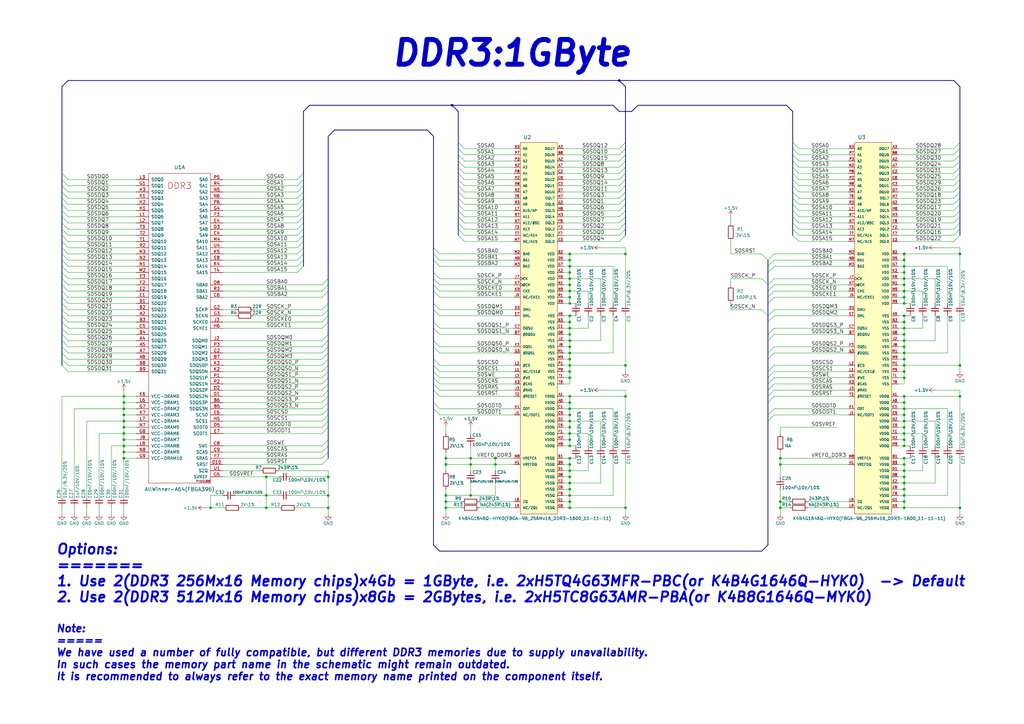
<source format=kicad_sch>
(kicad_sch (version 20231120) (generator "eeschema") (generator_version "8.0")
  (paper "A3")
  (title_block (title "A64-OLinuXino") (date "2020-02-11") (rev "G") (company "OLIMEX LTD, Bulgaria") (comment 1 "<c> 2020") (comment 3 "DDR3 Memory"))
  (junction (at 182.88 205.74))
  (junction (at 370.84 203.2))
  (junction (at 233.68 124.46))
  (junction (at 370.84 116.84))
  (junction (at 320.04 208.28))
  (junction (at 370.84 142.24))
  (junction (at 233.68 114.3))
  (junction (at 182.88 187.96))
  (junction (at 50.8 177.8))
  (junction (at 370.84 106.68))
  (junction (at 393.7 208.28))
  (junction (at 370.84 124.46))
  (junction (at 86.36 208.28))
  (junction (at 370.84 205.74))
  (junction (at 233.68 165.1))
  (junction (at 233.68 198.12))
  (junction (at 370.84 152.4))
  (junction (at 370.84 139.7))
  (junction (at 109.22 195.58))
  (junction (at 203.2 187.96))
  (junction (at 370.84 177.8))
  (junction (at 233.68 116.84))
  (junction (at 370.84 144.78))
  (junction (at 233.68 119.38))
  (junction (at 50.8 167.64))
  (junction (at 393.7 104.14))
  (junction (at 182.88 190.5))
  (junction (at 233.68 152.4))
  (junction (at 233.68 167.64))
  (junction (at 233.68 106.68))
  (junction (at 370.84 154.94))
  (junction (at 193.04 203.2))
  (junction (at 370.84 180.34))
  (junction (at 109.22 208.28))
  (junction (at 233.68 172.72))
  (junction (at 370.84 162.56))
  (junction (at 370.84 167.64))
  (junction (at 50.8 165.1))
  (junction (at 233.68 132.08))
  (junction (at 370.84 114.3))
  (junction (at 233.68 121.92))
  (junction (at 370.84 129.54))
  (junction (at 370.84 109.22))
  (junction (at 370.84 134.62))
  (junction (at 233.68 175.26))
  (junction (at 233.68 149.86))
  (junction (at 370.84 119.38))
  (junction (at 109.22 203.2))
  (junction (at 233.68 177.8))
  (junction (at 370.84 132.08))
  (junction (at 370.84 104.14))
  (junction (at 233.68 162.56))
  (junction (at 233.68 187.96))
  (junction (at 193.04 187.96))
  (junction (at 233.68 147.32))
  (junction (at 256.54 149.86))
  (junction (at 233.68 195.58))
  (junction (at 370.84 187.96))
  (junction (at 134.62 203.2))
  (junction (at 233.68 111.76))
  (junction (at 256.54 208.28))
  (junction (at 233.68 170.18))
  (junction (at 320.04 187.96))
  (junction (at 233.68 109.22))
  (junction (at 370.84 195.58))
  (junction (at 182.88 203.2))
  (junction (at 393.7 149.86))
  (junction (at 233.68 137.16))
  (junction (at 233.68 182.88))
  (junction (at 370.84 149.86))
  (junction (at 50.8 170.18))
  (junction (at 50.8 182.88))
  (junction (at 370.84 193.04))
  (junction (at 233.68 104.14))
  (junction (at 182.88 208.28))
  (junction (at 254 33.02))
  (junction (at 134.62 195.58))
  (junction (at 233.68 190.5))
  (junction (at 370.84 190.5))
  (junction (at 233.68 134.62))
  (junction (at 370.84 182.88))
  (junction (at 370.84 198.12))
  (junction (at 370.84 208.28))
  (junction (at 50.8 162.56))
  (junction (at 134.62 208.28))
  (junction (at 50.8 172.72))
  (junction (at 50.8 185.42))
  (junction (at 50.8 187.96))
  (junction (at 233.68 129.54))
  (junction (at 50.8 175.26))
  (junction (at 233.68 142.24))
  (junction (at 203.2 190.5))
  (junction (at 233.68 180.34))
  (junction (at 370.84 165.1))
  (junction (at 370.84 121.92))
  (junction (at 233.68 208.28))
  (junction (at 185.42 43.18))
  (junction (at 370.84 147.32))
  (junction (at 320.04 205.74))
  (junction (at 370.84 170.18))
  (junction (at 370.84 172.72))
  (junction (at 50.8 180.34))
  (junction (at 233.68 144.78))
  (junction (at 233.68 193.04))
  (junction (at 233.68 200.66))
  (junction (at 233.68 154.94))
  (junction (at 320.04 190.5))
  (junction (at 370.84 200.66))
  (junction (at 370.84 175.26))
  (junction (at 233.68 139.7))
  (junction (at 370.84 137.16))
  (junction (at 233.68 203.2))
  (junction (at 370.84 111.76))
  (junction (at 393.7 162.56))
  (junction (at 193.04 190.5))
  (junction (at 256.54 162.56))
  (junction (at 233.68 205.74))
  (junction (at 256.54 104.14))
  (bus_entry (at 132.08 134.62) (size 2.54 -2.54))
  (bus_entry (at 391.16 68.58) (size 2.54 -2.54))
  (bus_entry (at 27.94 114.3) (size -2.54 -2.54))
  (bus_entry (at 314.96 111.76) (size 2.54 -2.54))
  (bus_entry (at 132.08 129.54) (size 2.54 -2.54))
  (bus_entry (at 325.12 60.96) (size 2.54 2.54))
  (bus_entry (at 121.92 96.52) (size 2.54 -2.54))
  (bus_entry (at 180.34 121.92) (size -2.54 -2.54))
  (bus_entry (at 180.34 144.78) (size -2.54 -2.54))
  (bus_entry (at 254 73.66) (size 2.54 -2.54))
  (bus_entry (at 254 88.9) (size 2.54 -2.54))
  (bus_entry (at 314.96 119.38) (size 2.54 -2.54))
  (bus_entry (at 391.16 60.96) (size 2.54 -2.54))
  (bus_entry (at 187.96 86.36) (size 2.54 2.54))
  (bus_entry (at 132.08 119.38) (size 2.54 -2.54))
  (bus_entry (at 27.94 116.84) (size -2.54 -2.54))
  (bus_entry (at 391.16 73.66) (size 2.54 -2.54))
  (bus_entry (at 391.16 71.12) (size 2.54 -2.54))
  (bus_entry (at 132.08 187.96) (size 2.54 -2.54))
  (bus_entry (at 180.34 119.38) (size -2.54 -2.54))
  (bus_entry (at 132.08 127) (size 2.54 -2.54))
  (bus_entry (at 132.08 157.48) (size 2.54 -2.54))
  (bus_entry (at 391.16 88.9) (size 2.54 -2.54))
  (bus_entry (at 314.96 116.84) (size -2.54 -2.54))
  (bus_entry (at 132.08 175.26) (size 2.54 -2.54))
  (bus_entry (at 391.16 96.52) (size 2.54 -2.54))
  (bus_entry (at 314.96 106.68) (size -2.54 -2.54))
  (bus_entry (at 391.16 91.44) (size 2.54 -2.54))
  (bus_entry (at 187.96 66.04) (size 2.54 2.54))
  (bus_entry (at 27.94 96.52) (size -2.54 -2.54))
  (bus_entry (at 325.12 66.04) (size 2.54 2.54))
  (bus_entry (at 314.96 170.18) (size 2.54 -2.54))
  (bus_entry (at 27.94 139.7) (size -2.54 -2.54))
  (bus_entry (at 27.94 119.38) (size -2.54 -2.54))
  (bus_entry (at 180.34 129.54) (size -2.54 -2.54))
  (bus_entry (at 27.94 147.32) (size -2.54 -2.54))
  (bus_entry (at 27.94 129.54) (size -2.54 -2.54))
  (bus_entry (at 187.96 78.74) (size 2.54 2.54))
  (bus_entry (at 27.94 109.22) (size -2.54 -2.54))
  (bus_entry (at 325.12 81.28) (size 2.54 2.54))
  (bus_entry (at 180.34 170.18) (size -2.54 -2.54))
  (bus_entry (at 121.92 78.74) (size 2.54 -2.54))
  (bus_entry (at 325.12 86.36) (size 2.54 2.54))
  (bus_entry (at 180.34 116.84) (size -2.54 -2.54))
  (bus_entry (at 187.96 96.52) (size 2.54 2.54))
  (bus_entry (at 187.96 71.12) (size 2.54 2.54))
  (bus_entry (at 325.12 68.58) (size 2.54 2.54))
  (bus_entry (at 121.92 83.82) (size 2.54 -2.54))
  (bus_entry (at 187.96 63.5) (size 2.54 2.54))
  (bus_entry (at 254 78.74) (size 2.54 -2.54))
  (bus_entry (at 180.34 137.16) (size -2.54 -2.54))
  (bus_entry (at 27.94 132.08) (size -2.54 -2.54))
  (bus_entry (at 132.08 147.32) (size 2.54 -2.54))
  (bus_entry (at 132.08 152.4) (size 2.54 -2.54))
  (bus_entry (at 121.92 86.36) (size 2.54 -2.54))
  (bus_entry (at 132.08 154.94) (size 2.54 -2.54))
  (bus_entry (at 391.16 63.5) (size 2.54 -2.54))
  (bus_entry (at 314.96 162.56) (size 2.54 -2.54))
  (bus_entry (at 180.34 152.4) (size -2.54 -2.54))
  (bus_entry (at 27.94 137.16) (size -2.54 -2.54))
  (bus_entry (at 391.16 83.82) (size 2.54 -2.54))
  (bus_entry (at 27.94 124.46) (size -2.54 -2.54))
  (bus_entry (at 254 99.06) (size 2.54 -2.54))
  (bus_entry (at 254 66.04) (size 2.54 -2.54))
  (bus_entry (at 132.08 116.84) (size 2.54 -2.54))
  (bus_entry (at 180.34 154.94) (size -2.54 -2.54))
  (bus_entry (at 121.92 111.76) (size 2.54 -2.54))
  (bus_entry (at 254 68.58) (size 2.54 -2.54))
  (bus_entry (at 132.08 160.02) (size 2.54 -2.54))
  (bus_entry (at 132.08 167.64) (size 2.54 -2.54))
  (bus_entry (at 121.92 73.66) (size 2.54 -2.54))
  (bus_entry (at 314.96 147.32) (size 2.54 -2.54))
  (bus_entry (at 180.34 167.64) (size -2.54 -2.54))
  (bus_entry (at 132.08 144.78) (size 2.54 -2.54))
  (bus_entry (at 187.96 58.42) (size 2.54 2.54))
  (bus_entry (at 27.94 93.98) (size -2.54 -2.54))
  (bus_entry (at 27.94 73.66) (size -2.54 -2.54))
  (bus_entry (at 254 76.2) (size 2.54 -2.54))
  (bus_entry (at 254 83.82) (size 2.54 -2.54))
  (bus_entry (at 254 93.98) (size 2.54 -2.54))
  (bus_entry (at 391.16 81.28) (size 2.54 -2.54))
  (bus_entry (at 27.94 99.06) (size -2.54 -2.54))
  (bus_entry (at 121.92 99.06) (size 2.54 -2.54))
  (bus_entry (at 314.96 129.54) (size -2.54 -2.54))
  (bus_entry (at 187.96 60.96) (size 2.54 2.54))
  (bus_entry (at 132.08 170.18) (size 2.54 -2.54))
  (bus_entry (at 180.34 160.02) (size -2.54 -2.54))
  (bus_entry (at 325.12 78.74) (size 2.54 2.54))
  (bus_entry (at 180.34 134.62) (size -2.54 -2.54))
  (bus_entry (at 325.12 91.44) (size 2.54 2.54))
  (bus_entry (at 180.34 127) (size -2.54 -2.54))
  (bus_entry (at 27.94 88.9) (size -2.54 -2.54))
  (bus_entry (at 314.96 172.72) (size 2.54 -2.54))
  (bus_entry (at 180.34 142.24) (size -2.54 -2.54))
  (bus_entry (at 325.12 58.42) (size 2.54 2.54))
  (bus_entry (at 187.96 68.58) (size 2.54 2.54))
  (bus_entry (at 391.16 99.06) (size 2.54 -2.54))
  (bus_entry (at 314.96 109.22) (size 2.54 -2.54))
  (bus_entry (at 391.16 78.74) (size 2.54 -2.54))
  (bus_entry (at 27.94 134.62) (size -2.54 -2.54))
  (bus_entry (at 132.08 121.92) (size 2.54 -2.54))
  (bus_entry (at 27.94 144.78) (size -2.54 -2.54))
  (bus_entry (at 187.96 76.2) (size 2.54 2.54))
  (bus_entry (at 314.96 152.4) (size 2.54 -2.54))
  (bus_entry (at 187.96 73.66) (size 2.54 2.54))
  (bus_entry (at 314.96 137.16) (size 2.54 -2.54))
  (bus_entry (at 314.96 124.46) (size 2.54 -2.54))
  (bus_entry (at 180.34 109.22) (size -2.54 -2.54))
  (bus_entry (at 391.16 66.04) (size 2.54 -2.54))
  (bus_entry (at 187.96 93.98) (size 2.54 2.54))
  (bus_entry (at 314.96 121.92) (size 2.54 -2.54))
  (bus_entry (at 314.96 144.78) (size 2.54 -2.54))
  (bus_entry (at 325.12 83.82) (size 2.54 2.54))
  (bus_entry (at 180.34 104.14) (size -2.54 -2.54))
  (bus_entry (at 27.94 149.86) (size -2.54 -2.54))
  (bus_entry (at 27.94 142.24) (size -2.54 -2.54))
  (bus_entry (at 254 91.44) (size 2.54 -2.54))
  (bus_entry (at 132.08 177.8) (size 2.54 -2.54))
  (bus_entry (at 132.08 142.24) (size 2.54 -2.54))
  (bus_entry (at 27.94 83.82) (size -2.54 -2.54))
  (bus_entry (at 325.12 76.2) (size 2.54 2.54))
  (bus_entry (at 314.96 116.84) (size 2.54 -2.54))
  (bus_entry (at 27.94 127) (size -2.54 -2.54))
  (bus_entry (at 314.96 165.1) (size 2.54 -2.54))
  (bus_entry (at 325.12 63.5) (size 2.54 2.54))
  (bus_entry (at 314.96 157.48) (size 2.54 -2.54))
  (bus_entry (at 325.12 71.12) (size 2.54 2.54))
  (bus_entry (at 132.08 162.56) (size 2.54 -2.54))
  (bus_entry (at 27.94 121.92) (size -2.54 -2.54))
  (bus_entry (at 121.92 109.22) (size 2.54 -2.54))
  (bus_entry (at 187.96 91.44) (size 2.54 2.54))
  (bus_entry (at 180.34 157.48) (size -2.54 -2.54))
  (bus_entry (at 27.94 86.36) (size -2.54 -2.54))
  (bus_entry (at 187.96 83.82) (size 2.54 2.54))
  (bus_entry (at 180.34 149.86) (size -2.54 -2.54))
  (bus_entry (at 27.94 101.6) (size -2.54 -2.54))
  (bus_entry (at 314.96 154.94) (size 2.54 -2.54))
  (bus_entry (at 132.08 165.1) (size 2.54 -2.54))
  (bus_entry (at 27.94 111.76) (size -2.54 -2.54))
  (bus_entry (at 180.34 106.68) (size -2.54 -2.54))
  (bus_entry (at 325.12 73.66) (size 2.54 2.54))
  (bus_entry (at 391.16 93.98) (size 2.54 -2.54))
  (bus_entry (at 132.08 190.5) (size 2.54 -2.54))
  (bus_entry (at 314.96 160.02) (size 2.54 -2.54))
  (bus_entry (at 314.96 132.08) (size 2.54 -2.54))
  (bus_entry (at 254 71.12) (size 2.54 -2.54))
  (bus_entry (at 325.12 88.9) (size 2.54 2.54))
  (bus_entry (at 27.94 91.44) (size -2.54 -2.54))
  (bus_entry (at 27.94 76.2) (size -2.54 -2.54))
  (bus_entry (at 391.16 76.2) (size 2.54 -2.54))
  (bus_entry (at 132.08 139.7) (size 2.54 -2.54))
  (bus_entry (at 132.08 182.88) (size 2.54 -2.54))
  (bus_entry (at 27.94 106.68) (size -2.54 -2.54))
  (bus_entry (at 187.96 81.28) (size 2.54 2.54))
  (bus_entry (at 121.92 76.2) (size 2.54 -2.54))
  (bus_entry (at 132.08 172.72) (size 2.54 -2.54))
  (bus_entry (at 121.92 91.44) (size 2.54 -2.54))
  (bus_entry (at 254 96.52) (size 2.54 -2.54))
  (bus_entry (at 254 63.5) (size 2.54 -2.54))
  (bus_entry (at 187.96 88.9) (size 2.54 2.54))
  (bus_entry (at 132.08 149.86) (size 2.54 -2.54))
  (bus_entry (at 27.94 78.74) (size -2.54 -2.54))
  (bus_entry (at 254 86.36) (size 2.54 -2.54))
  (bus_entry (at 180.34 114.3) (size -2.54 -2.54))
  (bus_entry (at 121.92 106.68) (size 2.54 -2.54))
  (bus_entry (at 325.12 93.98) (size 2.54 2.54))
  (bus_entry (at 314.96 129.54) (size 2.54 -2.54))
  (bus_entry (at 132.08 132.08) (size 2.54 -2.54))
  (bus_entry (at 314.96 106.68) (size 2.54 -2.54))
  (bus_entry (at 121.92 93.98) (size 2.54 -2.54))
  (bus_entry (at 132.08 185.42) (size 2.54 -2.54))
  (bus_entry (at 121.92 101.6) (size 2.54 -2.54))
  (bus_entry (at 121.92 88.9) (size 2.54 -2.54))
  (bus_entry (at 27.94 81.28) (size -2.54 -2.54))
  (bus_entry (at 325.12 96.52) (size 2.54 2.54))
  (bus_entry (at 27.94 104.14) (size -2.54 -2.54))
  (bus_entry (at 27.94 152.4) (size -2.54 -2.54))
  (bus_entry (at 121.92 81.28) (size 2.54 -2.54))
  (bus_entry (at 121.92 104.14) (size 2.54 -2.54))
  (bus_entry (at 254 81.28) (size 2.54 -2.54))
  (bus_entry (at 314.96 139.7) (size 2.54 -2.54))
  (bus_entry (at 391.16 86.36) (size 2.54 -2.54))
  (bus_entry (at 254 60.96) (size 2.54 -2.54))
  (bus_entry (at 180.34 162.56) (size -2.54 -2.54))
  (bus (pts (xy 27.94 33.02) (xy 254 33.02)))
  (bus (pts (xy 25.4 73.66) (xy 25.4 76.2)))
  (wire (pts (xy 370.84 203.2) (xy 370.84 205.74)))
  (wire (pts (xy 50.8 167.64) (xy 55.88 167.64)))
  (wire (pts (xy 27.94 129.54) (xy 55.88 129.54)))
  (wire (pts (xy 50.8 160.02) (xy 50.8 162.56)))
  (wire (pts (xy 370.84 137.16) (xy 370.84 139.7)))
  (wire (pts (xy 391.16 86.36) (xy 368.3 86.36)))
  (wire (pts (xy 383.54 139.7) (xy 383.54 129.54)))
  (bus (pts (xy 25.4 147.32) (xy 25.4 149.86)))
  (wire (pts (xy 27.94 119.38) (xy 55.88 119.38)))
  (wire (pts (xy 368.3 149.86) (xy 370.84 149.86)))
  (wire (pts (xy 91.44 101.6) (xy 121.92 101.6)))
  (wire (pts (xy 370.84 195.58) (xy 370.84 198.12)))
  (wire (pts (xy 50.8 170.18) (xy 50.8 172.72)))
  (wire (pts (xy 317.5 170.18) (xy 347.98 170.18)))
  (wire (pts (xy 91.44 177.8) (xy 132.08 177.8)))
  (wire (pts (xy 393.7 149.86) (xy 393.7 152.4)))
  (bus (pts (xy 187.96 45.72) (xy 187.96 58.42)))
  (bus (pts (xy 314.96 154.94) (xy 314.96 157.48)))
  (bus (pts (xy 134.62 142.24) (xy 134.62 144.78)))
  (wire (pts (xy 50.8 180.34) (xy 50.8 182.88)))
  (wire (pts (xy 91.44 170.18) (xy 132.08 170.18)))
  (wire (pts (xy 231.14 81.28) (xy 254 81.28)))
  (wire (pts (xy 231.14 104.14) (xy 233.68 104.14)))
  (wire (pts (xy 233.68 203.2) (xy 233.68 205.74)))
  (wire (pts (xy 50.8 165.1) (xy 50.8 167.64)))
  (bus (pts (xy 25.4 93.98) (xy 25.4 96.52)))
  (bus (pts (xy 134.62 149.86) (xy 134.62 152.4)))
  (wire (pts (xy 233.68 200.66) (xy 233.68 203.2)))
  (wire (pts (xy 370.84 167.64) (xy 370.84 170.18)))
  (wire (pts (xy 370.84 177.8) (xy 370.84 180.34)))
  (bus (pts (xy 25.4 119.38) (xy 25.4 121.92)))
  (wire (pts (xy 180.34 162.56) (xy 210.82 162.56)))
  (wire (pts (xy 370.84 124.46) (xy 373.38 124.46)))
  (wire (pts (xy 368.3 172.72) (xy 370.84 172.72)))
  (wire (pts (xy 27.94 147.32) (xy 55.88 147.32)))
  (wire (pts (xy 370.84 137.16) (xy 368.3 137.16)))
  (wire (pts (xy 91.44 93.98) (xy 121.92 93.98)))
  (wire (pts (xy 233.68 121.92) (xy 233.68 124.46)))
  (wire (pts (xy 233.68 198.12) (xy 233.68 200.66)))
  (wire (pts (xy 233.68 142.24) (xy 233.68 144.78)))
  (wire (pts (xy 233.68 193.04) (xy 233.68 195.58)))
  (bus (pts (xy 325.12 91.44) (xy 325.12 93.98)))
  (wire (pts (xy 91.44 121.92) (xy 132.08 121.92)))
  (wire (pts (xy 190.5 86.36) (xy 210.82 86.36)))
  (wire (pts (xy 393.7 104.14) (xy 393.7 124.46)))
  (bus (pts (xy 322.58 43.18) (xy 325.12 45.72)))
  (wire (pts (xy 233.68 149.86) (xy 256.54 149.86)))
  (wire (pts (xy 180.34 154.94) (xy 210.82 154.94)))
  (wire (pts (xy 231.14 60.96) (xy 254 60.96)))
  (wire (pts (xy 370.84 182.88) (xy 373.38 182.88)))
  (bus (pts (xy 124.46 96.52) (xy 124.46 99.06)))
  (bus (pts (xy 256.54 60.96) (xy 256.54 63.5)))
  (wire (pts (xy 114.3 193.04) (xy 134.62 193.04)))
  (wire (pts (xy 83.82 208.28) (xy 86.36 208.28)))
  (wire (pts (xy 190.5 88.9) (xy 210.82 88.9)))
  (wire (pts (xy 368.3 129.54) (xy 370.84 129.54)))
  (wire (pts (xy 50.8 185.42) (xy 55.88 185.42)))
  (wire (pts (xy 393.7 129.54) (xy 393.7 149.86)))
  (wire (pts (xy 327.66 91.44) (xy 347.98 91.44)))
  (wire (pts (xy 233.68 167.64) (xy 251.46 167.64)))
  (wire (pts (xy 27.94 111.76) (xy 55.88 111.76)))
  (bus (pts (xy 177.8 111.76) (xy 177.8 114.3)))
  (wire (pts (xy 370.84 187.96) (xy 370.84 190.5)))
  (wire (pts (xy 391.16 93.98) (xy 368.3 93.98)))
  (bus (pts (xy 177.8 127) (xy 177.8 132.08)))
  (wire (pts (xy 370.84 154.94) (xy 368.3 154.94)))
  (wire (pts (xy 231.14 162.56) (xy 233.68 162.56)))
  (bus (pts (xy 325.12 71.12) (xy 325.12 73.66)))
  (wire (pts (xy 231.14 177.8) (xy 233.68 177.8)))
  (wire (pts (xy 368.3 116.84) (xy 370.84 116.84)))
  (bus (pts (xy 325.12 60.96) (xy 325.12 63.5)))
  (wire (pts (xy 327.66 76.2) (xy 347.98 76.2)))
  (bus (pts (xy 256.54 66.04) (xy 256.54 68.58)))
  (wire (pts (xy 231.14 109.22) (xy 233.68 109.22)))
  (wire (pts (xy 370.84 190.5) (xy 370.84 193.04)))
  (wire (pts (xy 233.68 147.32) (xy 231.14 147.32)))
  (wire (pts (xy 317.5 152.4) (xy 347.98 152.4)))
  (bus (pts (xy 25.4 78.74) (xy 25.4 81.28)))
  (wire (pts (xy 317.5 160.02) (xy 347.98 160.02)))
  (bus (pts (xy 393.7 58.42) (xy 393.7 60.96)))
  (wire (pts (xy 91.44 132.08) (xy 132.08 132.08)))
  (wire (pts (xy 233.68 177.8) (xy 241.3 177.8)))
  (wire (pts (xy 241.3 177.8) (xy 241.3 182.88)))
  (bus (pts (xy 325.12 76.2) (xy 325.12 78.74)))
  (bus (pts (xy 127 43.18) (xy 185.42 43.18)))
  (wire (pts (xy 91.44 152.4) (xy 132.08 152.4)))
  (wire (pts (xy 233.68 116.84) (xy 233.68 119.38)))
  (wire (pts (xy 190.5 96.52) (xy 210.82 96.52)))
  (wire (pts (xy 317.5 167.64) (xy 347.98 167.64)))
  (bus (pts (xy 256.54 81.28) (xy 256.54 83.82)))
  (wire (pts (xy 193.04 175.26) (xy 193.04 177.8)))
  (wire (pts (xy 317.5 127) (xy 347.98 127)))
  (bus (pts (xy 325.12 45.72) (xy 325.12 58.42)))
  (bus (pts (xy 325.12 93.98) (xy 325.12 96.52)))
  (wire (pts (xy 370.84 193.04) (xy 370.84 195.58)))
  (wire (pts (xy 256.54 101.6) (xy 256.54 104.14)))
  (wire (pts (xy 312.42 104.14) (xy 299.72 104.14)))
  (wire (pts (xy 370.84 142.24) (xy 370.84 144.78)))
  (wire (pts (xy 180.34 157.48) (xy 210.82 157.48)))
  (wire (pts (xy 368.3 175.26) (xy 370.84 175.26)))
  (wire (pts (xy 370.84 165.1) (xy 370.84 167.64)))
  (wire (pts (xy 327.66 93.98) (xy 347.98 93.98)))
  (wire (pts (xy 393.7 162.56) (xy 393.7 182.88)))
  (bus (pts (xy 325.12 58.42) (xy 325.12 60.96)))
  (wire (pts (xy 370.84 167.64) (xy 388.62 167.64)))
  (wire (pts (xy 134.62 195.58) (xy 134.62 203.2)))
  (wire (pts (xy 256.54 162.56) (xy 256.54 182.88)))
  (bus (pts (xy 25.4 139.7) (xy 25.4 142.24)))
  (wire (pts (xy 25.4 162.56) (xy 25.4 203.2)))
  (wire (pts (xy 91.44 165.1) (xy 132.08 165.1)))
  (wire (pts (xy 50.8 180.34) (xy 55.88 180.34)))
  (wire (pts (xy 241.3 193.04) (xy 241.3 187.96)))
  (wire (pts (xy 91.44 187.96) (xy 132.08 187.96)))
  (wire (pts (xy 370.84 109.22) (xy 388.62 109.22)))
  (wire (pts (xy 231.14 68.58) (xy 254 68.58)))
  (bus (pts (xy 177.8 142.24) (xy 177.8 147.32)))
  (wire (pts (xy 27.94 152.4) (xy 55.88 152.4)))
  (wire (pts (xy 35.56 172.72) (xy 50.8 172.72)))
  (wire (pts (xy 233.68 175.26) (xy 233.68 177.8)))
  (wire (pts (xy 203.2 187.96) (xy 203.2 190.5)))
  (wire (pts (xy 320.04 208.28) (xy 320.04 210.82)))
  (wire (pts (xy 27.94 137.16) (xy 55.88 137.16)))
  (bus (pts (xy 177.8 134.62) (xy 177.8 139.7)))
  (wire (pts (xy 45.72 210.82) (xy 45.72 208.28)))
  (bus (pts (xy 134.62 147.32) (xy 134.62 149.86)))
  (wire (pts (xy 317.5 144.78) (xy 347.98 144.78)))
  (wire (pts (xy 233.68 147.32) (xy 233.68 149.86)))
  (wire (pts (xy 91.44 111.76) (xy 121.92 111.76)))
  (wire (pts (xy 317.5 157.48) (xy 347.98 157.48)))
  (wire (pts (xy 86.36 203.2) (xy 91.44 203.2)))
  (wire (pts (xy 233.68 162.56) (xy 256.54 162.56)))
  (wire (pts (xy 368.3 124.46) (xy 370.84 124.46)))
  (wire (pts (xy 109.22 208.28) (xy 114.3 208.28)))
  (bus (pts (xy 256.54 73.66) (xy 256.54 76.2)))
  (bus (pts (xy 134.62 154.94) (xy 134.62 157.48)))
  (wire (pts (xy 233.68 177.8) (xy 233.68 180.34)))
  (bus (pts (xy 177.8 147.32) (xy 177.8 149.86)))
  (wire (pts (xy 182.88 203.2) (xy 193.04 203.2)))
  (wire (pts (xy 27.94 86.36) (xy 55.88 86.36)))
  (bus (pts (xy 187.96 68.58) (xy 187.96 71.12)))
  (wire (pts (xy 189.23 205.74) (xy 182.88 205.74)))
  (bus (pts (xy 180.34 226.06) (xy 312.42 226.06)))
  (wire (pts (xy 231.14 66.04) (xy 254 66.04)))
  (bus (pts (xy 25.4 134.62) (xy 25.4 137.16)))
  (wire (pts (xy 370.84 144.78) (xy 388.62 144.78)))
  (wire (pts (xy 91.44 160.02) (xy 132.08 160.02)))
  (wire (pts (xy 91.44 81.28) (xy 121.92 81.28)))
  (bus (pts (xy 256.54 58.42) (xy 256.54 60.96)))
  (wire (pts (xy 27.94 88.9) (xy 55.88 88.9)))
  (bus (pts (xy 393.7 91.44) (xy 393.7 93.98)))
  (wire (pts (xy 256.54 104.14) (xy 256.54 124.46)))
  (wire (pts (xy 233.68 154.94) (xy 233.68 157.48)))
  (bus (pts (xy 256.54 76.2) (xy 256.54 78.74)))
  (wire (pts (xy 383.54 114.3) (xy 383.54 124.46)))
  (bus (pts (xy 134.62 144.78) (xy 134.62 147.32)))
  (wire (pts (xy 180.34 137.16) (xy 210.82 137.16)))
  (wire (pts (xy 91.44 134.62) (xy 132.08 134.62)))
  (wire (pts (xy 368.3 106.68) (xy 370.84 106.68)))
  (wire (pts (xy 368.3 144.78) (xy 370.84 144.78)))
  (wire (pts (xy 91.44 109.22) (xy 121.92 109.22)))
  (wire (pts (xy 256.54 208.28) (xy 256.54 210.82)))
  (bus (pts (xy 177.8 157.48) (xy 177.8 160.02)))
  (wire (pts (xy 370.84 134.62) (xy 378.46 134.62)))
  (bus (pts (xy 391.16 33.02) (xy 393.7 35.56)))
  (bus (pts (xy 325.12 68.58) (xy 325.12 71.12)))
  (bus (pts (xy 393.7 83.82) (xy 393.7 86.36)))
  (bus (pts (xy 25.4 137.16) (xy 25.4 139.7)))
  (wire (pts (xy 327.66 78.74) (xy 347.98 78.74)))
  (wire (pts (xy 370.84 114.3) (xy 370.84 116.84)))
  (wire (pts (xy 251.46 109.22) (xy 251.46 124.46)))
  (wire (pts (xy 233.68 104.14) (xy 233.68 106.68)))
  (wire (pts (xy 91.44 154.94) (xy 132.08 154.94)))
  (wire (pts (xy 312.42 127) (xy 299.72 127)))
  (wire (pts (xy 190.5 81.28) (xy 210.82 81.28)))
  (wire (pts (xy 233.68 193.04) (xy 241.3 193.04)))
  (bus (pts (xy 25.4 114.3) (xy 25.4 116.84)))
  (bus (pts (xy 393.7 86.36) (xy 393.7 88.9)))
  (wire (pts (xy 327.66 88.9) (xy 347.98 88.9)))
  (wire (pts (xy 317.5 116.84) (xy 347.98 116.84)))
  (wire (pts (xy 50.8 175.26) (xy 55.88 175.26)))
  (wire (pts (xy 368.3 134.62) (xy 370.84 134.62)))
  (bus (pts (xy 325.12 86.36) (xy 325.12 88.9)))
  (bus (pts (xy 134.62 180.34) (xy 134.62 182.88)))
  (wire (pts (xy 370.84 114.3) (xy 383.54 114.3)))
  (wire (pts (xy 50.8 172.72) (xy 55.88 172.72)))
  (wire (pts (xy 190.5 99.06) (xy 210.82 99.06)))
  (bus (pts (xy 261.62 43.18) (xy 322.58 43.18)))
  (wire (pts (xy 231.14 71.12) (xy 254 71.12)))
  (bus (pts (xy 124.46 91.44) (xy 124.46 93.98)))
  (wire (pts (xy 233.68 182.88) (xy 236.22 182.88)))
  (wire (pts (xy 231.14 139.7) (xy 233.68 139.7)))
  (wire (pts (xy 299.72 91.44) (xy 299.72 88.9)))
  (wire (pts (xy 391.16 60.96) (xy 368.3 60.96)))
  (wire (pts (xy 25.4 162.56) (xy 50.8 162.56)))
  (bus (pts (xy 175.26 53.34) (xy 177.8 55.88)))
  (wire (pts (xy 391.16 68.58) (xy 368.3 68.58)))
  (wire (pts (xy 180.34 121.92) (xy 210.82 121.92)))
  (wire (pts (xy 180.34 114.3) (xy 210.82 114.3)))
  (bus (pts (xy 25.4 81.28) (xy 25.4 83.82)))
  (wire (pts (xy 233.68 180.34) (xy 233.68 182.88)))
  (wire (pts (xy 27.94 114.3) (xy 55.88 114.3)))
  (wire (pts (xy 134.62 203.2) (xy 134.62 208.28)))
  (wire (pts (xy 370.84 172.72) (xy 383.54 172.72)))
  (wire (pts (xy 193.04 190.5) (xy 193.04 193.04)))
  (bus (pts (xy 314.96 119.38) (xy 314.96 121.92)))
  (wire (pts (xy 368.3 180.34) (xy 370.84 180.34)))
  (bus (pts (xy 187.96 63.5) (xy 187.96 66.04)))
  (wire (pts (xy 241.3 134.62) (xy 241.3 129.54)))
  (bus (pts (xy 177.8 119.38) (xy 177.8 124.46)))
  (bus (pts (xy 25.4 116.84) (xy 25.4 119.38)))
  (wire (pts (xy 193.04 182.88) (xy 193.04 187.96)))
  (wire (pts (xy 190.5 73.66) (xy 210.82 73.66)))
  (wire (pts (xy 370.84 172.72) (xy 370.84 175.26)))
  (wire (pts (xy 391.16 63.5) (xy 368.3 63.5)))
  (bus (pts (xy 314.96 139.7) (xy 314.96 144.78)))
  (wire (pts (xy 370.84 134.62) (xy 370.84 137.16)))
  (wire (pts (xy 25.4 210.82) (xy 25.4 208.28)))
  (bus (pts (xy 25.4 132.08) (xy 25.4 134.62)))
  (wire (pts (xy 180.34 142.24) (xy 210.82 142.24)))
  (wire (pts (xy 91.44 162.56) (xy 132.08 162.56)))
  (wire (pts (xy 91.44 149.86) (xy 132.08 149.86)))
  (wire (pts (xy 370.84 205.74) (xy 368.3 205.74)))
  (wire (pts (xy 370.84 116.84) (xy 370.84 119.38)))
  (wire (pts (xy 370.84 154.94) (xy 370.84 157.48)))
  (wire (pts (xy 233.68 152.4) (xy 231.14 152.4)))
  (wire (pts (xy 231.14 154.94) (xy 233.68 154.94)))
  (wire (pts (xy 182.88 185.42) (xy 182.88 187.96)))
  (bus (pts (xy 134.62 132.08) (xy 134.62 137.16)))
  (bus (pts (xy 134.62 172.72) (xy 134.62 175.26)))
  (wire (pts (xy 233.68 139.7) (xy 246.38 139.7)))
  (bus (pts (xy 134.62 119.38) (xy 134.62 124.46)))
  (wire (pts (xy 233.68 195.58) (xy 231.14 195.58)))
  (bus (pts (xy 134.62 160.02) (xy 134.62 162.56)))
  (wire (pts (xy 45.72 182.88) (xy 50.8 182.88)))
  (wire (pts (xy 27.94 76.2) (xy 55.88 76.2)))
  (wire (pts (xy 368.3 198.12) (xy 370.84 198.12)))
  (bus (pts (xy 124.46 45.72) (xy 127 43.18)))
  (wire (pts (xy 241.3 119.38) (xy 241.3 124.46)))
  (wire (pts (xy 370.84 193.04) (xy 378.46 193.04)))
  (bus (pts (xy 185.42 43.18) (xy 187.96 45.72)))
  (wire (pts (xy 86.36 208.28) (xy 91.44 208.28)))
  (wire (pts (xy 91.44 78.74) (xy 121.92 78.74)))
  (wire (pts (xy 182.88 190.5) (xy 193.04 190.5)))
  (wire (pts (xy 233.68 208.28) (xy 256.54 208.28)))
  (bus (pts (xy 251.46 43.18) (xy 254 45.72)))
  (wire (pts (xy 233.68 137.16) (xy 233.68 139.7)))
  (wire (pts (xy 233.68 129.54) (xy 233.68 132.08)))
  (wire (pts (xy 233.68 124.46) (xy 236.22 124.46)))
  (bus (pts (xy 177.8 149.86) (xy 177.8 152.4)))
  (bus (pts (xy 177.8 165.1) (xy 177.8 167.64)))
  (wire (pts (xy 91.44 116.84) (xy 132.08 116.84)))
  (wire (pts (xy 50.8 162.56) (xy 50.8 165.1)))
  (wire (pts (xy 27.94 139.7) (xy 55.88 139.7)))
  (wire (pts (xy 91.44 88.9) (xy 121.92 88.9)))
  (wire (pts (xy 370.84 198.12) (xy 383.54 198.12)))
  (wire (pts (xy 189.23 208.28) (xy 182.88 208.28)))
  (wire (pts (xy 27.94 106.68) (xy 55.88 106.68)))
  (wire (pts (xy 27.94 81.28) (xy 55.88 81.28)))
  (bus (pts (xy 25.4 83.82) (xy 25.4 86.36)))
  (wire (pts (xy 233.68 200.66) (xy 231.14 200.66)))
  (wire (pts (xy 256.54 129.54) (xy 256.54 149.86)))
  (wire (pts (xy 391.16 76.2) (xy 368.3 76.2)))
  (bus (pts (xy 134.62 137.16) (xy 134.62 139.7)))
  (bus (pts (xy 134.62 182.88) (xy 134.62 185.42)))
  (wire (pts (xy 91.44 83.82) (xy 121.92 83.82)))
  (wire (pts (xy 370.84 142.24) (xy 368.3 142.24)))
  (wire (pts (xy 233.68 157.48) (xy 231.14 157.48)))
  (wire (pts (xy 246.38 139.7) (xy 246.38 129.54)))
  (wire (pts (xy 231.14 83.82) (xy 254 83.82)))
  (wire (pts (xy 27.94 91.44) (xy 55.88 91.44)))
  (wire (pts (xy 50.8 162.56) (xy 55.88 162.56)))
  (wire (pts (xy 393.7 101.6) (xy 393.7 104.14)))
  (wire (pts (xy 233.68 198.12) (xy 246.38 198.12)))
  (bus (pts (xy 187.96 66.04) (xy 187.96 68.58)))
  (wire (pts (xy 378.46 177.8) (xy 378.46 182.88)))
  (bus (pts (xy 314.96 144.78) (xy 314.96 147.32)))
  (wire (pts (xy 231.14 121.92) (xy 233.68 121.92)))
  (bus (pts (xy 314.96 160.02) (xy 314.96 162.56)))
  (bus (pts (xy 393.7 76.2) (xy 393.7 78.74)))
  (wire (pts (xy 320.04 205.74) (xy 320.04 208.28)))
  (wire (pts (xy 327.66 63.5) (xy 347.98 63.5)))
  (wire (pts (xy 193.04 187.96) (xy 193.04 190.5)))
  (bus (pts (xy 393.7 68.58) (xy 393.7 71.12)))
  (bus (pts (xy 177.8 114.3) (xy 177.8 116.84)))
  (bus (pts (xy 25.4 127) (xy 25.4 129.54)))
  (wire (pts (xy 393.7 187.96) (xy 393.7 208.28)))
  (wire (pts (xy 368.3 109.22) (xy 370.84 109.22)))
  (wire (pts (xy 317.5 121.92) (xy 347.98 121.92)))
  (wire (pts (xy 246.38 101.6) (xy 256.54 101.6)))
  (wire (pts (xy 119.38 203.2) (xy 134.62 203.2)))
  (wire (pts (xy 27.94 124.46) (xy 55.88 124.46)))
  (bus (pts (xy 124.46 88.9) (xy 124.46 91.44)))
  (wire (pts (xy 233.68 162.56) (xy 233.68 165.1)))
  (wire (pts (xy 190.5 93.98) (xy 210.82 93.98)))
  (wire (pts (xy 231.14 198.12) (xy 233.68 198.12)))
  (wire (pts (xy 231.14 187.96) (xy 233.68 187.96)))
  (wire (pts (xy 256.54 160.02) (xy 256.54 162.56)))
  (wire (pts (xy 40.64 210.82) (xy 40.64 208.28)))
  (wire (pts (xy 182.88 187.96) (xy 182.88 190.5)))
  (wire (pts (xy 370.84 121.92) (xy 370.84 124.46)))
  (wire (pts (xy 134.62 193.04) (xy 134.62 195.58)))
  (wire (pts (xy 182.88 208.28) (xy 182.88 210.82)))
  (wire (pts (xy 180.34 134.62) (xy 210.82 134.62)))
  (wire (pts (xy 50.8 177.8) (xy 55.88 177.8)))
  (wire (pts (xy 231.14 170.18) (xy 233.68 170.18)))
  (bus (pts (xy 325.12 73.66) (xy 325.12 76.2)))
  (wire (pts (xy 231.14 193.04) (xy 233.68 193.04)))
  (wire (pts (xy 27.94 96.52) (xy 55.88 96.52)))
  (bus (pts (xy 185.42 43.18) (xy 251.46 43.18)))
  (wire (pts (xy 317.5 134.62) (xy 347.98 134.62)))
  (wire (pts (xy 233.68 119.38) (xy 233.68 121.92)))
  (bus (pts (xy 25.4 76.2) (xy 25.4 78.74)))
  (wire (pts (xy 233.68 104.14) (xy 256.54 104.14)))
  (wire (pts (xy 317.5 162.56) (xy 347.98 162.56)))
  (bus (pts (xy 134.62 165.1) (xy 134.62 167.64)))
  (bus (pts (xy 187.96 83.82) (xy 187.96 86.36)))
  (wire (pts (xy 391.16 81.28) (xy 368.3 81.28)))
  (wire (pts (xy 91.44 182.88) (xy 132.08 182.88)))
  (wire (pts (xy 233.68 134.62) (xy 241.3 134.62)))
  (bus (pts (xy 25.4 88.9) (xy 25.4 91.44)))
  (wire (pts (xy 231.14 96.52) (xy 254 96.52)))
  (bus (pts (xy 134.62 152.4) (xy 134.62 154.94)))
  (bus (pts (xy 25.4 96.52) (xy 25.4 99.06)))
  (bus (pts (xy 25.4 142.24) (xy 25.4 144.78)))
  (bus (pts (xy 187.96 71.12) (xy 187.96 73.66)))
  (wire (pts (xy 180.34 170.18) (xy 210.82 170.18)))
  (wire (pts (xy 370.84 109.22) (xy 370.84 111.76)))
  (bus (pts (xy 256.54 86.36) (xy 256.54 88.9)))
  (bus (pts (xy 25.4 109.22) (xy 25.4 111.76)))
  (wire (pts (xy 233.68 187.96) (xy 233.68 190.5)))
  (wire (pts (xy 327.66 71.12) (xy 347.98 71.12)))
  (wire (pts (xy 35.56 172.72) (xy 35.56 203.2)))
  (wire (pts (xy 182.88 177.8) (xy 182.88 175.26)))
  (wire (pts (xy 231.14 106.68) (xy 233.68 106.68)))
  (wire (pts (xy 370.84 119.38) (xy 378.46 119.38)))
  (bus (pts (xy 187.96 93.98) (xy 187.96 96.52)))
  (wire (pts (xy 180.34 160.02) (xy 210.82 160.02)))
  (bus (pts (xy 314.96 129.54) (xy 314.96 132.08)))
  (wire (pts (xy 231.14 116.84) (xy 233.68 116.84)))
  (wire (pts (xy 256.54 187.96) (xy 256.54 208.28)))
  (wire (pts (xy 35.56 210.82) (xy 35.56 208.28)))
  (wire (pts (xy 109.22 195.58) (xy 114.3 195.58)))
  (wire (pts (xy 233.68 114.3) (xy 233.68 116.84)))
  (wire (pts (xy 231.14 208.28) (xy 233.68 208.28)))
  (bus (pts (xy 124.46 73.66) (xy 124.46 76.2)))
  (bus (pts (xy 177.8 124.46) (xy 177.8 127)))
  (wire (pts (xy 190.5 78.74) (xy 210.82 78.74)))
  (wire (pts (xy 331.47 205.74) (xy 347.98 205.74)))
  (wire (pts (xy 251.46 167.64) (xy 251.46 182.88)))
  (wire (pts (xy 370.84 149.86) (xy 393.7 149.86)))
  (wire (pts (xy 233.68 170.18) (xy 233.68 172.72)))
  (wire (pts (xy 182.88 190.5) (xy 182.88 193.04)))
  (wire (pts (xy 27.94 134.62) (xy 55.88 134.62)))
  (bus (pts (xy 393.7 73.66) (xy 393.7 76.2)))
  (wire (pts (xy 196.85 205.74) (xy 210.82 205.74)))
  (wire (pts (xy 203.2 203.2) (xy 203.2 198.12)))
  (wire (pts (xy 370.84 162.56) (xy 370.84 165.1)))
  (wire (pts (xy 391.16 73.66) (xy 368.3 73.66)))
  (wire (pts (xy 370.84 208.28) (xy 393.7 208.28)))
  (wire (pts (xy 50.8 182.88) (xy 55.88 182.88)))
  (wire (pts (xy 91.44 86.36) (xy 121.92 86.36)))
  (wire (pts (xy 393.7 160.02) (xy 393.7 162.56)))
  (bus (pts (xy 187.96 91.44) (xy 187.96 93.98)))
  (wire (pts (xy 40.64 177.8) (xy 40.64 203.2)))
  (bus (pts (xy 256.54 83.82) (xy 256.54 86.36)))
  (wire (pts (xy 370.84 162.56) (xy 393.7 162.56)))
  (bus (pts (xy 325.12 81.28) (xy 325.12 83.82)))
  (wire (pts (xy 50.8 187.96) (xy 55.88 187.96)))
  (wire (pts (xy 233.68 134.62) (xy 233.68 137.16)))
  (bus (pts (xy 187.96 76.2) (xy 187.96 78.74)))
  (bus (pts (xy 393.7 60.96) (xy 393.7 63.5)))
  (wire (pts (xy 27.94 144.78) (xy 55.88 144.78)))
  (wire (pts (xy 91.44 157.48) (xy 132.08 157.48)))
  (wire (pts (xy 233.68 132.08) (xy 233.68 134.62)))
  (wire (pts (xy 370.84 106.68) (xy 370.84 109.22)))
  (wire (pts (xy 391.16 71.12) (xy 368.3 71.12)))
  (wire (pts (xy 193.04 203.2) (xy 203.2 203.2)))
  (wire (pts (xy 370.84 129.54) (xy 370.84 132.08)))
  (wire (pts (xy 317.5 104.14) (xy 347.98 104.14)))
  (bus (pts (xy 314.96 111.76) (xy 314.96 116.84)))
  (wire (pts (xy 231.14 175.26) (xy 233.68 175.26)))
  (wire (pts (xy 180.34 167.64) (xy 210.82 167.64)))
  (wire (pts (xy 233.68 106.68) (xy 233.68 109.22)))
  (wire (pts (xy 320.04 175.26) (xy 342.9 175.26)))
  (wire (pts (xy 104.14 127) (xy 132.08 127)))
  (wire (pts (xy 370.84 200.66) (xy 370.84 203.2)))
  (wire (pts (xy 50.8 165.1) (xy 55.88 165.1)))
  (wire (pts (xy 317.5 119.38) (xy 347.98 119.38)))
  (wire (pts (xy 233.68 109.22) (xy 251.46 109.22)))
  (wire (pts (xy 30.48 167.64) (xy 50.8 167.64)))
  (bus (pts (xy 256.54 93.98) (xy 256.54 96.52)))
  (bus (pts (xy 25.4 106.68) (xy 25.4 109.22)))
  (wire (pts (xy 27.94 93.98) (xy 55.88 93.98)))
  (wire (pts (xy 312.42 114.3) (xy 299.72 114.3)))
  (wire (pts (xy 45.72 203.2) (xy 45.72 182.88)))
  (wire (pts (xy 391.16 96.52) (xy 368.3 96.52)))
  (wire (pts (xy 368.3 193.04) (xy 370.84 193.04)))
  (wire (pts (xy 30.48 210.82) (xy 30.48 208.28)))
  (wire (pts (xy 391.16 78.74) (xy 368.3 78.74)))
  (bus (pts (xy 325.12 88.9) (xy 325.12 91.44)))
  (wire (pts (xy 246.38 114.3) (xy 246.38 124.46)))
  (wire (pts (xy 368.3 121.92) (xy 370.84 121.92)))
  (bus (pts (xy 259.08 45.72) (xy 261.62 43.18)))
  (bus (pts (xy 325.12 78.74) (xy 325.12 81.28)))
  (wire (pts (xy 320.04 177.8) (xy 320.04 175.26)))
  (wire (pts (xy 368.3 114.3) (xy 370.84 114.3)))
  (wire (pts (xy 327.66 99.06) (xy 347.98 99.06)))
  (wire (pts (xy 50.8 170.18) (xy 55.88 170.18)))
  (bus (pts (xy 124.46 86.36) (xy 124.46 88.9)))
  (wire (pts (xy 233.68 172.72) (xy 246.38 172.72)))
  (bus (pts (xy 256.54 78.74) (xy 256.54 81.28)))
  (bus (pts (xy 393.7 78.74) (xy 393.7 81.28)))
  (bus (pts (xy 134.62 139.7) (xy 134.62 142.24)))
  (bus (pts (xy 137.16 53.34) (xy 175.26 53.34)))
  (wire (pts (xy 91.44 119.38) (xy 132.08 119.38)))
  (bus (pts (xy 393.7 66.04) (xy 393.7 68.58)))
  (wire (pts (xy 182.88 187.96) (xy 193.04 187.96)))
  (bus (pts (xy 314.96 132.08) (xy 314.96 137.16)))
  (wire (pts (xy 370.84 203.2) (xy 388.62 203.2)))
  (wire (pts (xy 180.34 149.86) (xy 210.82 149.86)))
  (wire (pts (xy 231.14 78.74) (xy 254 78.74)))
  (bus (pts (xy 254 45.72) (xy 259.08 45.72)))
  (bus (pts (xy 177.8 101.6) (xy 177.8 104.14)))
  (wire (pts (xy 233.68 144.78) (xy 233.68 147.32)))
  (wire (pts (xy 180.34 116.84) (xy 210.82 116.84)))
  (bus (pts (xy 25.4 124.46) (xy 25.4 127)))
  (bus (pts (xy 134.62 162.56) (xy 134.62 165.1)))
  (bus (pts (xy 124.46 106.68) (xy 124.46 109.22)))
  (wire (pts (xy 91.44 139.7) (xy 132.08 139.7)))
  (bus (pts (xy 25.4 99.06) (xy 25.4 101.6)))
  (wire (pts (xy 91.44 195.58) (xy 109.22 195.58)))
  (wire (pts (xy 378.46 119.38) (xy 378.46 124.46)))
  (wire (pts (xy 190.5 68.58) (xy 210.82 68.58)))
  (bus (pts (xy 134.62 114.3) (xy 134.62 116.84)))
  (bus (pts (xy 124.46 81.28) (xy 124.46 83.82)))
  (wire (pts (xy 231.14 203.2) (xy 233.68 203.2)))
  (wire (pts (xy 231.14 180.34) (xy 233.68 180.34)))
  (wire (pts (xy 180.34 119.38) (xy 210.82 119.38)))
  (wire (pts (xy 231.14 93.98) (xy 254 93.98)))
  (wire (pts (xy 27.94 116.84) (xy 55.88 116.84)))
  (wire (pts (xy 180.34 129.54) (xy 210.82 129.54)))
  (wire (pts (xy 233.68 114.3) (xy 246.38 114.3)))
  (wire (pts (xy 370.84 177.8) (xy 378.46 177.8)))
  (bus (pts (xy 314.96 162.56) (xy 314.96 165.1)))
  (wire (pts (xy 320.04 187.96) (xy 320.04 190.5)))
  (bus (pts (xy 124.46 101.6) (xy 124.46 104.14)))
  (wire (pts (xy 378.46 134.62) (xy 378.46 129.54)))
  (bus (pts (xy 124.46 104.14) (xy 124.46 106.68)))
  (wire (pts (xy 317.5 114.3) (xy 347.98 114.3)))
  (wire (pts (xy 251.46 144.78) (xy 251.46 129.54)))
  (bus (pts (xy 25.4 104.14) (xy 25.4 106.68)))
  (wire (pts (xy 50.8 187.96) (xy 50.8 203.2)))
  (wire (pts (xy 246.38 160.02) (xy 256.54 160.02)))
  (wire (pts (xy 27.94 127) (xy 55.88 127)))
  (wire (pts (xy 91.44 142.24) (xy 132.08 142.24)))
  (wire (pts (xy 180.34 144.78) (xy 210.82 144.78)))
  (wire (pts (xy 50.8 185.42) (xy 50.8 187.96)))
  (wire (pts (xy 393.7 208.28) (xy 393.7 210.82)))
  (wire (pts (xy 368.3 177.8) (xy 370.84 177.8)))
  (bus (pts (xy 134.62 129.54) (xy 134.62 132.08)))
  (bus (pts (xy 124.46 83.82) (xy 124.46 86.36)))
  (wire (pts (xy 233.68 203.2) (xy 251.46 203.2)))
  (bus (pts (xy 256.54 88.9) (xy 256.54 91.44)))
  (bus (pts (xy 325.12 66.04) (xy 325.12 68.58)))
  (wire (pts (xy 231.14 99.06) (xy 254 99.06)))
  (wire (pts (xy 190.5 83.82) (xy 210.82 83.82)))
  (wire (pts (xy 231.14 73.66) (xy 254 73.66)))
  (bus (pts (xy 25.4 71.12) (xy 25.4 73.66)))
  (wire (pts (xy 391.16 83.82) (xy 368.3 83.82)))
  (wire (pts (xy 203.2 190.5) (xy 210.82 190.5)))
  (wire (pts (xy 370.84 104.14) (xy 370.84 106.68)))
  (bus (pts (xy 314.96 106.68) (xy 314.96 109.22)))
  (bus (pts (xy 134.62 55.88) (xy 134.62 114.3)))
  (wire (pts (xy 50.8 175.26) (xy 50.8 177.8)))
  (wire (pts (xy 368.3 165.1) (xy 370.84 165.1)))
  (wire (pts (xy 91.44 190.5) (xy 132.08 190.5)))
  (wire (pts (xy 193.04 190.5) (xy 203.2 190.5)))
  (wire (pts (xy 119.38 195.58) (xy 134.62 195.58)))
  (wire (pts (xy 370.84 187.96) (xy 373.38 187.96)))
  (wire (pts (xy 91.44 185.42) (xy 132.08 185.42)))
  (bus (pts (xy 254 33.02) (xy 256.54 35.56)))
  (wire (pts (xy 327.66 86.36) (xy 347.98 86.36)))
  (wire (pts (xy 327.66 73.66) (xy 347.98 73.66)))
  (bus (pts (xy 187.96 73.66) (xy 187.96 76.2)))
  (bus (pts (xy 124.46 93.98) (xy 124.46 96.52)))
  (wire (pts (xy 182.88 205.74) (xy 182.88 208.28)))
  (wire (pts (xy 388.62 109.22) (xy 388.62 124.46)))
  (wire (pts (xy 233.68 195.58) (xy 233.68 198.12)))
  (wire (pts (xy 190.5 63.5) (xy 210.82 63.5)))
  (bus (pts (xy 314.96 116.84) (xy 314.96 119.38)))
  (wire (pts (xy 320.04 185.42) (xy 320.04 187.96)))
  (wire (pts (xy 370.84 205.74) (xy 370.84 208.28)))
  (bus (pts (xy 25.4 35.56) (xy 25.4 71.12)))
  (bus (pts (xy 25.4 91.44) (xy 25.4 93.98)))
  (wire (pts (xy 203.2 187.96) (xy 210.82 187.96)))
  (bus (pts (xy 314.96 152.4) (xy 314.96 154.94)))
  (wire (pts (xy 233.68 172.72) (xy 233.68 175.26)))
  (wire (pts (xy 370.84 139.7) (xy 370.84 142.24)))
  (bus (pts (xy 25.4 86.36) (xy 25.4 88.9)))
  (wire (pts (xy 27.94 121.92) (xy 55.88 121.92)))
  (bus (pts (xy 187.96 88.9) (xy 187.96 91.44)))
  (bus (pts (xy 25.4 101.6) (xy 25.4 104.14)))
  (wire (pts (xy 370.84 152.4) (xy 370.84 154.94)))
  (bus (pts (xy 187.96 86.36) (xy 187.96 88.9)))
  (wire (pts (xy 383.54 101.6) (xy 393.7 101.6)))
  (wire (pts (xy 231.14 129.54) (xy 233.68 129.54)))
  (wire (pts (xy 370.84 157.48) (xy 368.3 157.48)))
  (wire (pts (xy 27.94 73.66) (xy 55.88 73.66)))
  (wire (pts (xy 370.84 175.26) (xy 370.84 177.8)))
  (wire (pts (xy 182.88 203.2) (xy 182.88 205.74)))
  (wire (pts (xy 368.3 139.7) (xy 370.84 139.7)))
  (wire (pts (xy 391.16 91.44) (xy 368.3 91.44)))
  (wire (pts (xy 368.3 182.88) (xy 370.84 182.88)))
  (wire (pts (xy 86.36 203.2) (xy 86.36 208.28)))
  (wire (pts (xy 233.68 137.16) (xy 231.14 137.16)))
  (wire (pts (xy 320.04 190.5) (xy 347.98 190.5)))
  (bus (pts (xy 256.54 71.12) (xy 256.54 73.66)))
  (wire (pts (xy 91.44 147.32) (xy 132.08 147.32)))
  (bus (pts (xy 124.46 99.06) (xy 124.46 101.6)))
  (bus (pts (xy 256.54 35.56) (xy 256.54 58.42)))
  (wire (pts (xy 317.5 106.68) (xy 347.98 106.68)))
  (bus (pts (xy 25.4 129.54) (xy 25.4 132.08)))
  (bus (pts (xy 187.96 58.42) (xy 187.96 60.96)))
  (bus (pts (xy 134.62 127) (xy 134.62 129.54)))
  (wire (pts (xy 256.54 149.86) (xy 256.54 152.4)))
  (wire (pts (xy 190.5 91.44) (xy 210.82 91.44)))
  (wire (pts (xy 246.38 198.12) (xy 246.38 187.96)))
  (bus (pts (xy 134.62 167.64) (xy 134.62 170.18)))
  (wire (pts (xy 180.34 109.22) (xy 210.82 109.22)))
  (wire (pts (xy 368.3 170.18) (xy 370.84 170.18)))
  (wire (pts (xy 231.14 172.72) (xy 233.68 172.72)))
  (bus (pts (xy 124.46 71.12) (xy 124.46 73.66)))
  (wire (pts (xy 370.84 152.4) (xy 368.3 152.4)))
  (wire (pts (xy 109.22 203.2) (xy 109.22 208.28)))
  (wire (pts (xy 196.85 208.28) (xy 210.82 208.28)))
  (bus (pts (xy 314.96 165.1) (xy 314.96 170.18)))
  (wire (pts (xy 388.62 167.64) (xy 388.62 182.88)))
  (wire (pts (xy 231.14 167.64) (xy 233.68 167.64)))
  (wire (pts (xy 370.84 129.54) (xy 373.38 129.54)))
  (bus (pts (xy 256.54 68.58) (xy 256.54 71.12)))
  (wire (pts (xy 370.84 139.7) (xy 383.54 139.7)))
  (bus (pts (xy 177.8 167.64) (xy 177.8 223.52)))
  (wire (pts (xy 368.3 203.2) (xy 370.84 203.2)))
  (wire (pts (xy 370.84 147.32) (xy 370.84 149.86)))
  (bus (pts (xy 314.96 157.48) (xy 314.96 160.02)))
  (wire (pts (xy 190.5 71.12) (xy 210.82 71.12)))
  (wire (pts (xy 317.5 137.16) (xy 347.98 137.16)))
  (wire (pts (xy 203.2 190.5) (xy 203.2 193.04)))
  (wire (pts (xy 317.5 109.22) (xy 347.98 109.22)))
  (wire (pts (xy 180.34 106.68) (xy 210.82 106.68)))
  (wire (pts (xy 370.84 144.78) (xy 370.84 147.32)))
  (bus (pts (xy 124.46 45.72) (xy 124.46 71.12)))
  (wire (pts (xy 233.68 205.74) (xy 231.14 205.74)))
  (wire (pts (xy 50.8 177.8) (xy 50.8 180.34)))
  (wire (pts (xy 231.14 124.46) (xy 233.68 124.46)))
  (wire (pts (xy 27.94 132.08) (xy 55.88 132.08)))
  (wire (pts (xy 391.16 88.9) (xy 368.3 88.9)))
  (wire (pts (xy 370.84 200.66) (xy 368.3 200.66)))
  (wire (pts (xy 320.04 190.5) (xy 320.04 195.58)))
  (wire (pts (xy 233.68 165.1) (xy 233.68 167.64)))
  (bus (pts (xy 393.7 63.5) (xy 393.7 66.04)))
  (bus (pts (xy 134.62 116.84) (xy 134.62 119.38)))
  (wire (pts (xy 323.85 208.28) (xy 320.04 208.28)))
  (wire (pts (xy 370.84 119.38) (xy 370.84 121.92)))
  (wire (pts (xy 231.14 132.08) (xy 233.68 132.08)))
  (wire (pts (xy 180.34 104.14) (xy 210.82 104.14)))
  (wire (pts (xy 233.68 144.78) (xy 251.46 144.78)))
  (wire (pts (xy 96.52 203.2) (xy 109.22 203.2)))
  (wire (pts (xy 368.3 132.08) (xy 370.84 132.08)))
  (wire (pts (xy 320.04 200.66) (xy 320.04 205.74)))
  (wire (pts (xy 193.04 198.12) (xy 193.04 203.2)))
  (wire (pts (xy 370.84 149.86) (xy 370.84 152.4)))
  (wire (pts (xy 231.14 86.36) (xy 254 86.36)))
  (bus (pts (xy 177.8 132.08) (xy 177.8 134.62)))
  (wire (pts (xy 109.22 195.58) (xy 109.22 203.2)))
  (wire (pts (xy 233.68 139.7) (xy 233.68 142.24)))
  (wire (pts (xy 317.5 142.24) (xy 347.98 142.24)))
  (bus (pts (xy 393.7 71.12) (xy 393.7 73.66)))
  (wire (pts (xy 299.72 127) (xy 299.72 124.46)))
  (wire (pts (xy 233.68 109.22) (xy 233.68 111.76)))
  (wire (pts (xy 27.94 99.06) (xy 55.88 99.06)))
  (wire (pts (xy 180.34 152.4) (xy 210.82 152.4)))
  (wire (pts (xy 231.14 119.38) (xy 233.68 119.38)))
  (wire (pts (xy 91.44 175.26) (xy 132.08 175.26)))
  (wire (pts (xy 231.14 63.5) (xy 254 63.5)))
  (wire (pts (xy 27.94 83.82) (xy 55.88 83.82)))
  (wire (pts (xy 231.14 165.1) (xy 233.68 165.1)))
  (bus (pts (xy 314.96 124.46) (xy 314.96 129.54)))
  (wire (pts (xy 368.3 111.76) (xy 370.84 111.76)))
  (bus (pts (xy 177.8 55.88) (xy 177.8 101.6)))
  (wire (pts (xy 233.68 119.38) (xy 241.3 119.38)))
  (wire (pts (xy 27.94 104.14) (xy 55.88 104.14)))
  (wire (pts (xy 233.68 205.74) (xy 233.68 208.28)))
  (bus (pts (xy 177.8 116.84) (xy 177.8 119.38)))
  (wire (pts (xy 91.44 99.06) (xy 121.92 99.06)))
  (bus (pts (xy 177.8 223.52) (xy 180.34 226.06)))
  (wire (pts (xy 233.68 111.76) (xy 233.68 114.3)))
  (bus (pts (xy 177.8 104.14) (xy 177.8 106.68)))
  (wire (pts (xy 27.94 109.22) (xy 55.88 109.22)))
  (wire (pts (xy 317.5 154.94) (xy 347.98 154.94)))
  (bus (pts (xy 134.62 170.18) (xy 134.62 172.72)))
  (wire (pts (xy 299.72 114.3) (xy 299.72 116.84)))
  (wire (pts (xy 50.8 167.64) (xy 50.8 170.18)))
  (bus (pts (xy 177.8 160.02) (xy 177.8 165.1)))
  (wire (pts (xy 109.22 203.2) (xy 114.3 203.2)))
  (bus (pts (xy 393.7 81.28) (xy 393.7 83.82)))
  (bus (pts (xy 25.4 121.92) (xy 25.4 124.46)))
  (wire (pts (xy 190.5 60.96) (xy 210.82 60.96)))
  (wire (pts (xy 40.64 177.8) (xy 50.8 177.8)))
  (wire (pts (xy 388.62 203.2) (xy 388.62 187.96)))
  (bus (pts (xy 124.46 78.74) (xy 124.46 81.28)))
  (wire (pts (xy 231.14 111.76) (xy 233.68 111.76)))
  (bus (pts (xy 177.8 152.4) (xy 177.8 154.94)))
  (wire (pts (xy 27.94 149.86) (xy 55.88 149.86)))
  (wire (pts (xy 91.44 73.66) (xy 121.92 73.66)))
  (wire (pts (xy 91.44 144.78) (xy 132.08 144.78)))
  (wire (pts (xy 299.72 104.14) (xy 299.72 99.06)))
  (wire (pts (xy 370.84 180.34) (xy 370.84 182.88)))
  (bus (pts (xy 187.96 60.96) (xy 187.96 63.5)))
  (wire (pts (xy 231.14 88.9) (xy 254 88.9)))
  (wire (pts (xy 370.84 111.76) (xy 370.84 114.3)))
  (wire (pts (xy 27.94 101.6) (xy 55.88 101.6)))
  (bus (pts (xy 25.4 144.78) (xy 25.4 147.32)))
  (wire (pts (xy 91.44 172.72) (xy 132.08 172.72)))
  (wire (pts (xy 368.3 162.56) (xy 370.84 162.56)))
  (wire (pts (xy 251.46 203.2) (xy 251.46 187.96)))
  (wire (pts (xy 327.66 68.58) (xy 347.98 68.58)))
  (wire (pts (xy 378.46 193.04) (xy 378.46 187.96)))
  (wire (pts (xy 331.47 208.28) (xy 347.98 208.28)))
  (wire (pts (xy 104.14 129.54) (xy 132.08 129.54)))
  (wire (pts (xy 320.04 187.96) (xy 347.98 187.96)))
  (bus (pts (xy 393.7 93.98) (xy 393.7 96.52)))
  (bus (pts (xy 25.4 111.76) (xy 25.4 114.3)))
  (wire (pts (xy 368.3 119.38) (xy 370.84 119.38)))
  (wire (pts (xy 233.68 149.86) (xy 233.68 152.4)))
  (bus (pts (xy 187.96 81.28) (xy 187.96 83.82)))
  (wire (pts (xy 317.5 149.86) (xy 347.98 149.86)))
  (wire (pts (xy 327.66 66.04) (xy 347.98 66.04)))
  (wire (pts (xy 231.14 190.5) (xy 233.68 190.5)))
  (bus (pts (xy 134.62 185.42) (xy 134.62 187.96)))
  (wire (pts (xy 370.84 170.18) (xy 370.84 172.72)))
  (wire (pts (xy 317.5 129.54) (xy 347.98 129.54)))
  (bus (pts (xy 187.96 78.74) (xy 187.96 81.28)))
  (bus (pts (xy 134.62 55.88) (xy 137.16 53.34)))
  (wire (pts (xy 134.62 208.28) (xy 134.62 210.82)))
  (wire (pts (xy 193.04 187.96) (xy 203.2 187.96)))
  (wire (pts (xy 370.84 132.08) (xy 370.84 134.62)))
  (wire (pts (xy 231.14 144.78) (xy 233.68 144.78)))
  (bus (pts (xy 177.8 154.94) (xy 177.8 157.48)))
  (wire (pts (xy 231.14 114.3) (xy 233.68 114.3)))
  (wire (pts (xy 231.14 182.88) (xy 233.68 182.88)))
  (wire (pts (xy 246.38 172.72) (xy 246.38 182.88)))
  (bus (pts (xy 134.62 157.48) (xy 134.62 160.02)))
  (wire (pts (xy 327.66 60.96) (xy 347.98 60.96)))
  (wire (pts (xy 368.3 167.64) (xy 370.84 167.64)))
  (bus (pts (xy 254 33.02) (xy 391.16 33.02)))
  (wire (pts (xy 327.66 96.52) (xy 347.98 96.52)))
  (wire (pts (xy 99.06 208.28) (xy 109.22 208.28)))
  (wire (pts (xy 231.14 91.44) (xy 254 91.44)))
  (bus (pts (xy 325.12 63.5) (xy 325.12 66.04)))
  (wire (pts (xy 233.68 129.54) (xy 236.22 129.54)))
  (wire (pts (xy 182.88 200.66) (xy 182.88 203.2)))
  (wire (pts (xy 91.44 91.44) (xy 121.92 91.44)))
  (wire (pts (xy 91.44 129.54) (xy 96.52 129.54)))
  (bus (pts (xy 314.96 109.22) (xy 314.96 111.76)))
  (wire (pts (xy 190.5 66.04) (xy 210.82 66.04)))
  (wire (pts (xy 233.68 187.96) (xy 236.22 187.96)))
  (wire (pts (xy 27.94 78.74) (xy 55.88 78.74)))
  (wire (pts (xy 50.8 172.72) (xy 50.8 175.26)))
  (wire (pts (xy 27.94 142.24) (xy 55.88 142.24)))
  (wire (pts (xy 50.8 210.82) (xy 50.8 208.28)))
  (wire (pts (xy 231.14 134.62) (xy 233.68 134.62)))
  (wire (pts (xy 190.5 76.2) (xy 210.82 76.2)))
  (wire (pts (xy 391.16 66.04) (xy 368.3 66.04)))
  (wire (pts (xy 91.44 96.52) (xy 121.92 96.52)))
  (bus (pts (xy 124.46 76.2) (xy 124.46 78.74)))
  (wire (pts (xy 388.62 144.78) (xy 388.62 129.54)))
  (wire (pts (xy 368.3 187.96) (xy 370.84 187.96)))
  (wire (pts (xy 91.44 193.04) (xy 106.68 193.04)))
  (wire (pts (xy 370.84 147.32) (xy 368.3 147.32)))
  (wire (pts (xy 323.85 205.74) (xy 320.04 205.74)))
  (wire (pts (xy 30.48 167.64) (xy 30.48 203.2)))
  (bus (pts (xy 177.8 139.7) (xy 177.8 142.24)))
  (bus (pts (xy 177.8 106.68) (xy 177.8 111.76)))
  (wire (pts (xy 233.68 142.24) (xy 231.14 142.24)))
  (bus (pts (xy 314.96 137.16) (xy 314.96 139.7)))
  (wire (pts (xy 383.54 160.02) (xy 393.7 160.02)))
  (wire (pts (xy 91.44 104.14) (xy 121.92 104.14)))
  (wire (pts (xy 91.44 106.68) (xy 121.92 106.68)))
  (wire (pts (xy 231.14 149.86) (xy 233.68 149.86)))
  (wire (pts (xy 368.3 208.28) (xy 370.84 208.28)))
  (wire (pts (xy 327.66 81.28) (xy 347.98 81.28)))
  (wire (pts (xy 91.44 127) (xy 96.52 127)))
  (wire (pts (xy 231.14 76.2) (xy 254 76.2)))
  (bus (pts (xy 314.96 172.72) (xy 314.96 223.52)))
  (wire (pts (xy 370.84 198.12) (xy 370.84 200.66)))
  (bus (pts (xy 314.96 147.32) (xy 314.96 152.4)))
  (bus (pts (xy 312.42 226.06) (xy 314.96 223.52)))
  (bus (pts (xy 393.7 88.9) (xy 393.7 91.44)))
  (wire (pts (xy 180.34 127) (xy 210.82 127)))
  (bus (pts (xy 134.62 124.46) (xy 134.62 127)))
  (bus (pts (xy 25.4 35.56) (xy 27.94 33.02)))
  (bus (pts (xy 134.62 175.26) (xy 134.62 180.34)))
  (wire (pts (xy 91.44 167.64) (xy 132.08 167.64)))
  (bus (pts (xy 256.54 91.44) (xy 256.54 93.98)))
  (wire (pts (xy 368.3 190.5) (xy 370.84 190.5)))
  (wire (pts (xy 91.44 76.2) (xy 121.92 76.2)))
  (bus (pts (xy 393.7 35.56) (xy 393.7 58.42)))
  (wire (pts (xy 233.68 190.5) (xy 233.68 193.04)))
  (wire (pts (xy 383.54 172.72) (xy 383.54 182.88)))
  (wire (pts (xy 370.84 104.14) (xy 393.7 104.14)))
  (wire (pts (xy 383.54 198.12) (xy 383.54 187.96)))
  (wire (pts (xy 327.66 83.82) (xy 347.98 83.82)))
  (bus (pts (xy 325.12 83.82) (xy 325.12 86.36)))
  (wire (pts (xy 368.3 104.14) (xy 370.84 104.14)))
  (wire (pts (xy 233.68 167.64) (xy 233.68 170.18)))
  (wire (pts (xy 370.84 195.58) (xy 368.3 195.58)))
  (wire (pts (xy 50.8 182.88) (xy 50.8 185.42)))
  (bus (pts (xy 314.96 170.18) (xy 314.96 172.72)))
  (wire (pts (xy 391.16 99.06) (xy 368.3 99.06)))
  (bus (pts (xy 314.96 121.92) (xy 314.96 124.46)))
  (bus (pts (xy 256.54 63.5) (xy 256.54 66.04)))
  (wire (pts (xy 121.92 208.28) (xy 134.62 208.28)))
  (wire (pts (xy 233.68 152.4) (xy 233.68 154.94)))
  (text "Note:\n=====\nWe have used a number of fully compatible, but different DDR3 memories due to supply unavailability.\nIn such cases the memory part name in the schematic might remain outdated.\nIt is recommended to always refer to the exact memory name printed on the component itself. \n" (at 22.86 279.4 0) (effects (font (size 3.048 3.048) (thickness 0.6096) (bold yes) (italic yes)) (justify left bottom)))
  (text "Options:\n=======\n1. Use 2(DDR3 256Mx16 Memory chips)x4Gb = 1GByte, i.e. 2xH5TQ4G63MFR-PBC(or K4B4G1646Q-HYK0)  -> Default\n2. Use 2(DDR3 512Mx16 Memory chips)x8Gb = 2GBytes, i.e. 2xH5TC8G63AMR-PBA(or K4B8G1646Q-MYK0)\n\n" (at 22.86 254 0) (effects (font (size 4.064 4.064) (thickness 0.8128) (bold yes) (italic yes)) (justify left bottom)))
  (text "DDR3:1GByte" (at 160.02 27.94 0) (effects (font (size 10.16 10.16) (thickness 2.032) (bold yes) (italic yes)) (justify left bottom)))
  (label "S0SCK_N" (at 109.22 129.54 0) (effects (font (size 1.524 1.524))))
  (label "S0SDQ16" (at 35.56 114.3 0) (effects (font (size 1.524 1.524))))
  (label "S0SVREF" (at 332.74 175.26 0) (effects (font (size 1.524 1.524))))
  (label "S0SA2" (at 195.58 66.04 0) (effects (font (size 1.524 1.524))))
  (label "S0SDQ12" (at 35.56 104.14 0) (effects (font (size 1.524 1.524))))
  (label "S0SDQ7" (at 35.56 91.44 0) (effects (font (size 1.524 1.524))))
  (label "S0SDQ21" (at 386.08 93.98 180) (effects (font (size 1.524 1.524))))
  (label "S0SDQ12" (at 238.76 60.96 0) (effects (font (size 1.524 1.524))))
  (label "S0SRAS" (at 195.58 160.02 0) (effects (font (size 1.524 1.524))))
  (label "S0SA2" (at 332.74 66.04 0) (effects (font (size 1.524 1.524))))
  (label "S0SRST" (at 309.88 104.14 180) (effects (font (size 1.524 1.524))))
  (label "S0SDQ30" (at 386.08 66.04 180) (effects (font (size 1.524 1.524))))
  (label "S0SODT1" (at 195.58 170.18 0) (effects (font (size 1.524 1.524))))
  (label "S0SBA0" (at 332.74 104.14 0) (effects (font (size 1.524 1.524))))
  (label "S0SDQ18" (at 386.08 81.28 180) (effects (font (size 1.524 1.524))))
  (label "S0SDQ29" (at 35.56 147.32 0) (effects (font (size 1.524 1.524))))
  (label "S0SDQ6" (at 238.76 86.36 0) (effects (font (size 1.524 1.524))))
  (label "S0SDQ2" (at 35.56 78.74 0) (effects (font (size 1.524 1.524))))
  (label "S0SA4" (at 332.74 71.12 0) (effects (font (size 1.524 1.524))))
  (label "S0SA3" (at 332.74 68.58 0) (effects (font (size 1.524 1.524))))
  (label "S0SA3" (at 195.58 68.58 0) (effects (font (size 1.524 1.524))))
  (label "S0SDQ30" (at 35.56 149.86 0) (effects (font (size 1.524 1.524))))
  (label "S0SA7" (at 332.74 78.74 0) (effects (font (size 1.524 1.524))))
  (label "S0SDQ8" (at 35.56 93.98 0) (effects (font (size 1.524 1.524))))
  (label "S0SDQ23" (at 35.56 132.08 0) (effects (font (size 1.524 1.524))))
  (label "S0SA8" (at 195.58 81.28 0) (effects (font (size 1.524 1.524))))
  (label "S0SRST" (at 109.22 190.5 0) (effects (font (size 1.524 1.524))))
  (label "S0SDQM2" (at 332.74 129.54 0) (effects (font (size 1.524 1.524))))
  (label "S0SA9" (at 109.22 96.52 0) (effects (font (size 1.524 1.524))))
  (label "S0SA0" (at 332.74 60.96 0) (effects (font (size 1.524 1.524))))
  (label "S0SCS0" (at 332.74 149.86 0) (effects (font (size 1.524 1.524))))
  (label "S0SA6" (at 109.22 88.9 0) (effects (font (size 1.524 1.524))))
  (label "S0SDQ19" (at 35.56 121.92 0) (effects (font (size 1.524 1.524))))
  (label "S0SDQ22" (at 35.56 129.54 0) (effects (font (size 1.524 1.524))))
  (label "S0SRAS" (at 332.74 160.02 0) (effects (font (size 1.524 1.524))))
  (label "S0SDQ29" (at 386.08 76.2 180) (effects (font (size 1.524 1.524))))
  (label "S0SWE" (at 109.22 182.88 0) (effects (font (size 1.524 1.524))))
  (label "S0SBA1" (at 109.22 119.38 0) (effects (font (size 1.524 1.524))))
  (label "S0SA8" (at 332.74 81.28 0) (effects (font (size 1.524 1.524))))
  (label "S0SDQ31" (at 35.56 152.4 0) (effects (font (size 1.524 1.524))))
  (label "S0SDQ15" (at 35.56 111.76 0) (effects (font (size 1.524 1.524))))
  (label "S0SDQM2" (at 109.22 144.78 0) (effects (font (size 1.524 1.524))))
  (label "S0SA0" (at 195.58 60.96 0) (effects (font (size 1.524 1.524))))
  (label "S0SCKE1" (at 332.74 121.92 0) (effects (font (size 1.524 1.524))))
  (label "S0SDQ11" (at 35.56 101.6 0) (effects (font (size 1.524 1.524))))
  (label "S0SCK_P" (at 309.88 114.3 180) (effects (font (size 1.524 1.524))))
  (label "S0SA1" (at 109.22 76.2 0) (effects (font (size 1.524 1.524))))
  (label "S0SDQ17" (at 386.08 86.36 180) (effects (font (size 1.524 1.524))))
  (label "S0SDQ16" (at 386.08 96.52 180) (effects (font (size 1.524 1.524))))
  (label "S0SDQS3_N" (at 109.22 167.64 0) (effects (font (size 1.524 1.524))))
  (label "S0SA12" (at 109.22 104.14 0) (effects (font (size 1.524 1.524))))
  (label "S0SA11" (at 195.58 88.9 0) (effects (font (size 1.524 1.524))))
  (label "S0SCAS" (at 195.58 157.48 0) (effects (font (size 1.524 1.524))))
  (label "VREF0_DDR3" (at 195.58 187.96 0) (effects (font (size 1.524 1.524))))
  (label "S0SDQ27" (at 35.56 142.24 0) (effects (font (size 1.524 1.524))))
  (label "S0SA12" (at 195.58 91.44 0) (effects (font (size 1.524 1.524))))
  (label "S0SDQ28" (at 35.56 144.78 0) (effects (font (size 1.524 1.524))))
  (label "S0SCK_N" (at 309.88 127 180) (effects (font (size 1.524 1.524))))
  (label "S0SDQ5" (at 35.56 86.36 0) (effects (font (size 1.524 1.524))))
  (label "S0SA14" (at 109.22 109.22 0) (effects (font (size 1.524 1.524))))
  (label "S0SBA0" (at 109.22 116.84 0) (effects (font (size 1.524 1.524))))
  (label "S0SA15" (at 109.22 111.76 0) (effects (font (size 1.524 1.524))))
  (label "S0SVREF" (at 93.98 195.58 0) (effects (font (size 1.524 1.524))))
  (label "S0SA2" (at 109.22 78.74 0) (effects (font (size 1.524 1.524))))
  (label "S0SBA1" (at 332.74 106.68 0) (effects (font (size 1.524 1.524))))
  (label "S0SCKE0" (at 109.22 132.08 0) (effects (font (size 1.524 1.524))))
  (label "S0SDQM3" (at 109.22 147.32 0) (effects (font (size 1.524 1.524))))
  (label "S0SDQ4" (at 35.56 83.82 0) (effects (font (size 1.524 1.524))))
  (label "VREF0_DDR3" (at 332.74 187.96 0) (effects (font (size 1.524 1.524))))
  (label "S0SA14" (at 195.58 96.52 0) (effects (font (size 1.524 1.524))))
  (label "S0SDQ3" (at 35.56 81.28 0) (effects (font (size 1.524 1.524))))
  (label "S0SDQM1" (at 109.22 142.24 0) (effects (font (size 1.524 1.524))))
  (label "S0SA12" (at 332.74 91.44 0) (effects (font (size 1.524 1.524))))
  (label "S0SDQ9" (at 238.76 73.66 0) (effects (font (size 1.524 1.524))))
  (label "S0SCK_P" (at 109.22 127 0) (effects (font (size 1.524 1.524))))
  (label "S0SODT0" (at 195.58 167.64 0) (effects (font (size 1.524 1.524))))
  (label "S0SDQS1_P" (at 195.58 134.62 0) (effects (font (size 1.524 1.524))))
  (label "S0SDQM0" (at 195.58 129.54 0) (effects (font (size 1.524 1.524))))
  (label "S0SCK_P" (at 195.58 114.3 0) (effects (font (size 1.524 1.524))))
  (label "S0SDQ23" (at 386.08 83.82 180) (effects (font (size 1.524 1.524))))
  (label "S0SA7" (at 109.22 91.44 0) (effects (font (size 1.524 1.524))))
  (label "S0SDQ6" (at 35.56 88.9 0) (effects (font (size 1.524 1.524))))
  (label "S0SCK_N" (at 195.58 116.84 0) (effects (font (size 1.524 1.524))))
  (label "S0SCKE0" (at 332.74 119.38 0) (effects (font (size 1.524 1.524))))
  (label "S0SDQS3_P" (at 109.22 165.1 0) (effects (font (size 1.524 1.524))))
  (label "S0SDQ17" (at 35.56 116.84 0) (effects (font (size 1.524 1.524))))
  (label "S0SDQ1" (at 35.56 76.2 0) (effects (font (size 1.524 1.524))))
  (label "S0SCS0" (at 109.22 170.18 0) (effects (font (size 1.524 1.524))))
  (label "S0SA6" (at 195.58 76.2 0) (effects (font (size 1.524 1.524))))
  (label "S0SDQ15" (at 238.76 66.04 0) (effects (font (size 1.524 1.524))))
  (label "S0SDQS3_P" (at 332.74 134.62 0) (effects (font (size 1.524 1.524))))
  (label "S0SRST" (at 332.74 162.56 0) (effects (font (size 1.524 1.524))))
  (label "S0SA4" (at 109.22 83.82 0) (effects (font (size 1.524 1.524))))
  (label "S0SCS1" (at 109.22 172.72 0) (effects (font (size 1.524 1.524))))
  (label "S0SDQ8" (at 238.76 68.58 0) (effects (font (size 1.524 1.524))))
  (label "S0SA4" (at 195.58 71.12 0) (effects (font (size 1.524 1.524))))
  (label "S0SDQ22" (at 386.08 99.06 180) (effects (font (size 1.524 1.524))))
  (label "S0SCAS" (at 332.74 157.48 0) (effects (font (size 1.524 1.524))))
  (label "S0SCKE1" (at 195.58 121.92 0) (effects (font (size 1.524 1.524))))
  (label "S0SDQS2_P" (at 109.22 160.02 0) (effects (font (size 1.524 1.524))))
  (label "S0SDQS0_N" (at 109.22 152.4 0) (effects (font (size 1.524 1.524))))
  (label "S0SDQ3" (at 238.76 81.28 0) (effects (font (size 1.524 1.524))))
  (label "S0SDQM3" (at 332.74 127 0) (effects (font (size 1.524 1.524))))
  (label "S0SDQ10" (at 238.76 63.5 0) (effects (font (size 1.524 1.524))))
  (label "S0SCK_N" (at 332.74 116.84 0) (effects (font (size 1.524 1.524))))
  (label "S0SA3" (at 109.22 81.28 0) (effects (font (size 1.524 1.524))))
  (label "S0SWE" (at 195.58 154.94 0) (effects (font (size 1.524 1.524))))
  (label "S0SA10" (at 195.58 86.36 0) (effects (font (size 1.524 1.524))))
  (label "S0SA5" (at 195.58 73.66 0) (effects (font (size 1.524 1.524))))
  (label "S0SDQ2" (at 238.76 93.98 0) (effects (font (size 1.524 1.524))))
  (label "S0SCS1" (at 195.58 152.4 0) (effects (font (size 1.524 1.524))))
  (label "S0SDQ1" (at 238.76 83.82 0) (effects (font (size 1.524 1.524))))
  (label "S0SDQ25" (at 35.56 137.16 0) (effects (font (size 1.524 1.524))))
  (label "S0SA7" (at 195.58 78.74 0) (effects (font (size 1.524 1.524))))
  (label "S0SDQ24" (at 386.08 68.58 180) (effects (font (size 1.524 1.524))))
  (label "S0SBA1" (at 195.58 106.68 0) (effects (font (size 1.524 1.524))))
  (label "S0SA10" (at 332.74 86.36 0) (effects (font (size 1.524 1.524))))
  (label "S0SDQ27" (at 386.08 63.5 180) (effects (font (size 1.524 1.524))))
  (label "S0SDQ14" (at 35.56 109.22 0) (effects (font (size 1.524 1.524))))
  (label "S0SA0" (at 109.22 73.66 0) (effects (font (size 1.524 1.524))))
  (label "S0SBA2" (at 195.58 109.22 0) (effects (font (size 1.524 1.524))))
  (label "S0SDQ26" (at 386.08 78.74 180) (effects (font (size 1.524 1.524))))
  (label "S0SODT1" (at 332.74 170.18 0) (effects (font (size 1.524 1.524))))
  (label "S0SDQS2_N" (at 109.22 162.56 0) (effects (font (size 1.524 1.524))))
  (label "S0SDQ4" (at 238.76 99.06 0) (effects (font (size 1.524 1.524))))
  (label "S0SDQ28" (at 386.08 60.96 180) (effects (font (size 1.524 1.524))))
  (label "S0SDQ13" (at 238.76 71.12 0) (effects (font (size 1.524 1.524))))
  (label "S0SDQ7" (at 238.76 91.44 0) (effects (font (size 1.524 1.524))))
  (label "S0SDQS2_N" (at 332.74 144.78 0) (effects (font (size 1.524 1.524))))
  (label "S0SDQ13" (at 35.56 106.68 0) (effects (font (size 1.524 1.524))))
  (label "S0SDQ11" (at 238.76 78.74 0) (effects (font (size 1.524 1.524))))
  (label "S0SDQ26" (at 35.56 139.7 0) (effects (font (size 1.524 1.524))))
  (label "S0SA1" (at 332.74 63.5 0) (effects (font (size 1.524 1.524))))
  (label "S0SCKE1" (at 109.22 134.62 0) (effects (font (size 1.524 1.524))))
  (label "S0SCAS" (at 109.22 185.42 0) (effects (font (size 1.524 1.524))))
  (label "S0SDQS2_P" (at 332.74 142.24 0) (effects (font (size 1.524 1.524))))
  (label "S0SDQ31" (at 386.08 71.12 180) (effects (font (size 1.524 1.524))))
  (label "S0SDQ24" (at 35.56 134.62 0) (effects (font (size 1.524 1.524))))
  (label "S0SA5" (at 332.74 73.66 0) (effects (font (size 1.524 1.524))))
  (label "S0SDQ20" (at 35.56 124.46 0) (effects (font (size 1.524 1.524))))
  (label "S0SA13" (at 195.58 93.98 0) (effects (font (size 1.524 1.524))))
  (label "S0SDQ0" (at 35.56 73.66 0) (effects (font (size 1.524 1.524))))
  (label "S0SCKE0" (at 195.58 119.38 0) (effects (font (size 1.524 1.524))))
  (label "S0SDQS0_N" (at 195.58 144.78 0) (effects (font (size 1.524 1.524))))
  (label "S0SBA2" (at 109.22 121.92 0) (effects (font (size 1.524 1.524))))
  (label "S0SODT1" (at 109.22 177.8 0) (effects (font (size 1.524 1.524))))
  (label "S0SA14" (at 332.74 96.52 0) (effects (font (size 1.524 1.524))))
  (label "S0SCS0" (at 195.58 149.86 0) (effects (font (size 1.524 1.524))))
  (label "S0SDQS0_P" (at 195.58 142.24 0) (effects (font (size 1.524 1.524))))
  (label "S0SDQ10" (at 35.56 99.06 0) (effects (font (size 1.524 1.524))))
  (label "S0SA10" (at 109.22 99.06 0) (effects (font (size 1.524 1.524))))
  (label "S0SA15" (at 195.58 99.06 0) (effects (font (size 1.524 1.524))))
  (label "S0SA9" (at 332.74 83.82 0) (effects (font (size 1.524 1.524))))
  (label "S0SDQS1_N" (at 109.22 157.48 0) (effects (font (size 1.524 1.524))))
  (label "S0SRAS" (at 109.22 187.96 0) (effects (font (size 1.524 1.524))))
  (label "S0SDQM1" (at 195.58 127 0) (effects (font (size 1.524 1.524))))
  (label "S0SA15" (at 332.74 99.06 0) (effects (font (size 1.524 1.524))))
  (label "S0SDQ25" (at 386.08 73.66 180) (effects (font (size 1.524 1.524))))
  (label "S0SA13" (at 332.74 93.98 0) (effects (font (size 1.524 1.524))))
  (label "S0SDQ5" (at 238.76 88.9 0) (effects (font (size 1.524 1.524))))
  (label "S0SWE" (at 332.74 154.94 0) (effects (font (size 1.524 1.524))))
  (label "S0SA11" (at 109.22 101.6 0) (effects (font (size 1.524 1.524))))
  (label "S0SDQS1_N" (at 195.58 137.16 0) (effects (font (size 1.524 1.524))))
  (label "S0SBA0" (at 195.58 104.14 0) (effects (font (size 1.524 1.524))))
  (label "S0SDQ0" (at 238.76 96.52 0) (effects (font (size 1.524 1.524))))
  (label "S0SDQ19" (at 386.08 91.44 180) (effects (font (size 1.524 1.524))))
  (label "S0SA8" (at 109.22 93.98 0) (effects (font (size 1.524 1.524))))
  (label "S0SDQS0_P" (at 109.22 149.86 0) (effects (font (size 1.524 1.524))))
  (label "S0SODT0" (at 332.74 167.64 0) (effects (font (size 1.524 1.524))))
  (label "S0SA1" (at 195.58 63.5 0) (effects (font (size 1.524 1.524))))
  (label "S0SDQ14" (at 238.76 76.2 0) (effects (font (size 1.524 1.524))))
  (label "S0SA6" (at 332.74 76.2 0) (effects (font (size 1.524 1.524))))
  (label "S0SCS1" (at 332.74 152.4 0) (effects (font (size 1.524 1.524))))
  (label "S0SDQM0" (at 109.22 139.7 0) (effects (font (size 1.524 1.524))))
  (label "S0SA11" (at 332.74 88.9 0) (effects (font (size 1.524 1.524))))
  (label "S0SDQ20" (at 386.08 88.9 180) (effects (font (size 1.524 1.524))))
  (label "S0SA13" (at 109.22 106.68 0) (effects (font (size 1.524 1.524))))
  (label "S0SBA2" (at 332.74 109.22 0) (effects (font (size 1.524 1.524))))
  (label "S0SCK_P" (at 332.74 114.3 0) (effects (font (size 1.524 1.524))))
  (label "S0SDQ18" (at 35.56 119.38 0) (effects (font (size 1.524 1.524))))
  (label "S0SDQS3_N" (at 332.74 137.16 0) (effects (font (size 1.524 1.524))))
  (label "S0SODT0" (at 109.22 175.26 0) (effects (font (size 1.524 1.524))))
  (label "S0SDQ9" (at 35.56 96.52 0) (effects (font (size 1.524 1.524))))
  (label "S0SRST" (at 195.58 162.56 0) (effects (font (size 1.524 1.524))))
  (label "S0SDQ21" (at 35.56 127 0) (effects (font (size 1.524 1.524))))
  (label "S0SA9" (at 195.58 83.82 0) (effects (font (size 1.524 1.524))))
  (label "S0SDQS1_P" (at 109.22 154.94 0) (effects (font (size 1.524 1.524))))
  (label "S0SA5" (at 109.22 86.36 0) (effects (font (size 1.524 1.524))))
  (symbol (lib_id "A64-OlinuXino_Rev_G:+1.5V") (at 50.8 160.02 0) (unit 1)
    (property "Reference" "#PWR08" (effects (hide yes)))
    (property "Value" "+1.5V" (at 50.8 156.464 0))
  )
  (symbol (lib_id "A64-OlinuXino_Rev_G:C") (at 50.8 205.74 0) (unit 1)
    (property "Reference" "C31" (at 49.53 204.47 90) (effects (justify left)))
    (property "Value" "100nF/10V/10%" (at 52.07 204.47 90) (effects (justify left)))
    (property "Footprint" "OLIMEX_RLC-FP:C_0402_5MIL_DWS" (effects (hide yes)))
  )
  (symbol (lib_id "A64-OlinuXino_Rev_G:C") (at 45.72 205.74 0) (unit 1)
    (property "Reference" "C30" (at 44.45 204.47 90) (effects (justify left)))
    (property "Value" "100nF/10V/10%" (at 46.99 204.47 90) (effects (justify left)))
    (property "Footprint" "OLIMEX_RLC-FP:C_0402_5MIL_DWS" (effects (hide yes)))
  )
  (symbol (lib_id "A64-OlinuXino_Rev_G:GND") (at 45.72 210.82 0) (unit 1)
    (property "Reference" "#PWR05" (effects (hide yes)))
    (property "Value" "GND" (at 45.72 214.63 0))
  )
  (symbol (lib_id "A64-OlinuXino_Rev_G:GND") (at 50.8 210.82 0) (unit 1)
    (property "Reference" "#PWR01" (effects (hide yes)))
    (property "Value" "GND" (at 50.8 214.63 0))
  )
  (symbol (lib_id "A64-OlinuXino_Rev_G:C") (at 35.56 205.74 0) (unit 1)
    (property "Reference" "C28" (at 34.29 204.47 90) (effects (justify left)))
    (property "Value" "100nF/10V/10%" (at 36.83 204.47 90) (effects (justify left)))
    (property "Footprint" "OLIMEX_RLC-FP:C_0402_5MIL_DWS" (effects (hide yes)))
  )
  (symbol (lib_id "A64-OlinuXino_Rev_G:GND") (at 35.56 210.82 0) (unit 1)
    (property "Reference" "#PWR02" (effects (hide yes)))
    (property "Value" "GND" (at 35.56 214.63 0))
  )
  (symbol (lib_id "A64-OlinuXino_Rev_G:C") (at 30.48 205.74 0) (unit 1)
    (property "Reference" "C27" (at 29.21 204.47 90) (effects (justify left)))
    (property "Value" "1uF/10V/10%" (at 31.75 204.47 90) (effects (justify left)))
    (property "Footprint" "OLIMEX_RLC-FP:C_0603_5MIL_DWS" (effects (hide yes)))
  )
  (symbol (lib_id "A64-OlinuXino_Rev_G:GND") (at 30.48 210.82 0) (unit 1)
    (property "Reference" "#PWR03" (effects (hide yes)))
    (property "Value" "GND" (at 30.48 214.63 0))
  )
  (symbol (lib_id "A64-OlinuXino_Rev_G:GND") (at 25.4 210.82 0) (unit 1)
    (property "Reference" "#PWR04" (effects (hide yes)))
    (property "Value" "GND" (at 25.4 214.63 0))
  )
  (symbol (lib_id "A64-OlinuXino_Rev_G:C") (at 25.4 205.74 0) (unit 1)
    (property "Reference" "C26" (at 24.13 204.47 90) (effects (justify left)))
    (property "Value" "10uF/6.3V/20%" (at 26.67 204.47 90) (effects (justify left)))
    (property "Footprint" "OLIMEX_RLC-FP:C_0603_5MIL_DWS" (effects (hide yes)))
  )
  (symbol (lib_id "A64-OlinuXino_Rev_G:C") (at 40.64 205.74 0) (unit 1)
    (property "Reference" "C29" (at 39.37 204.47 90) (effects (justify left)))
    (property "Value" "100nF/10V/10%" (at 41.91 204.47 90) (effects (justify left)))
    (property "Footprint" "OLIMEX_RLC-FP:C_0402_5MIL_DWS" (effects (hide yes)))
  )
  (symbol (lib_id "A64-OlinuXino_Rev_G:GND") (at 40.64 210.82 0) (unit 1)
    (property "Reference" "#PWR06" (effects (hide yes)))
    (property "Value" "GND" (at 40.64 214.63 0))
  )
  (symbol (lib_id "A64-OlinuXino_Rev_G:R") (at 110.49 193.04 180) (unit 1)
    (property "Reference" "R7" (at 106.045 191.77 0))
    (property "Value" "243R\\1%" (at 118.11 191.77 0))
    (property "Footprint" "OLIMEX_RLC-FP:R_0402_5MIL_DWS" (effects (hide yes)))
  )
  (symbol (lib_id "A64-OlinuXino_Rev_G:GND") (at 134.62 210.82 0) (mirror y) (unit 1)
    (property "Reference" "#PWR07" (effects (hide yes)))
    (property "Value" "GND" (at 134.62 214.63 0))
  )
  (symbol (lib_id "A64-OlinuXino_Rev_G:C") (at 116.84 195.58 270) (unit 1)
    (property "Reference" "C22" (at 111.76 196.85 90) (effects (justify left)))
    (property "Value" "100nF\\10V/10%" (at 118.11 196.85 90) (effects (justify left)))
    (property "Footprint" "OLIMEX_RLC-FP:C_0402_5MIL_DWS" (effects (hide yes)))
  )
  (symbol (lib_id "A64-OlinuXino_Rev_G:R") (at 100.33 127 180) (unit 1)
    (property "Reference" "R3" (at 95.885 125.73 0))
    (property "Value" "22R" (at 105.41 125.73 0))
    (property "Footprint" "OLIMEX_RLC-FP:R_0402_5MIL_DWS" (effects (hide yes)))
  )
  (symbol (lib_id "A64-OlinuXino_Rev_G:R") (at 100.33 129.54 180) (unit 1)
    (property "Reference" "R4" (at 95.885 128.27 0))
    (property "Value" "22R" (at 105.41 128.27 0))
    (property "Footprint" "OLIMEX_RLC-FP:R_0402_5MIL_DWS" (effects (hide yes)))
  )
  (symbol (lib_id "A64-OlinuXino_Rev_G:R") (at 193.04 205.74 180) (unit 1)
    (property "Reference" "R9" (at 187.96 204.47 0))
    (property "Value" "243R\\1%" (at 200.66 204.47 0))
    (property "Footprint" "OLIMEX_RLC-FP:R_0402_5MIL_DWS" (effects (hide yes)))
  )
  (symbol (lib_id "A64-OlinuXino_Rev_G:R") (at 193.04 208.28 180) (unit 1)
    (property "Reference" "R13" (at 187.96 207.01 0))
    (property "Value" "NA(243R\\1%)" (at 203.2 207.01 0))
    (property "Footprint" "OLIMEX_RLC-FP:R_0402_5MIL_DWS" (effects (hide yes)))
  )
  (symbol (lib_id "A64-OlinuXino_Rev_G:GND") (at 182.88 210.82 0) (mirror y) (unit 1)
    (property "Reference" "#PWR09" (effects (hide yes)))
    (property "Value" "GND" (at 182.88 214.63 0))
  )
  (symbol (lib_id "A64-OlinuXino_Rev_G:R") (at 182.88 196.85 270) (mirror x) (unit 1)
    (property "Reference" "R8" (at 185.42 195.58 90))
    (property "Value" "2k\\1%" (at 187.325 198.12 90))
    (property "Footprint" "OLIMEX_RLC-FP:R_0402_5MIL_DWS" (effects (hide yes)))
  )
  (symbol (lib_id "A64-OlinuXino_Rev_G:R") (at 182.88 181.61 270) (mirror x) (unit 1)
    (property "Reference" "R5" (at 185.42 180.34 90))
    (property "Value" "2k\\1%" (at 187.325 182.88 90))
    (property "Footprint" "OLIMEX_RLC-FP:R_0402_5MIL_DWS" (effects (hide yes)))
  )
  (symbol (lib_id "A64-OlinuXino_Rev_G:+1.5V") (at 182.88 175.26 0) (unit 1)
    (property "Reference" "#PWR010" (effects (hide yes)))
    (property "Value" "+1.5V" (at 182.88 171.704 0))
  )
  (symbol (lib_id "A64-OlinuXino_Rev_G:C") (at 193.04 180.34 0) (unit 1)
    (property "Reference" "C11" (at 193.675 178.435 0) (effects (justify left)))
    (property "Value" "100nF\\10V/10%" (at 193.675 182.245 0) (effects (justify left)))
    (property "Footprint" "OLIMEX_RLC-FP:C_0402_5MIL_DWS" (effects (hide yes)))
  )
  (symbol (lib_id "A64-OlinuXino_Rev_G:+1.5V") (at 193.04 175.26 0) (unit 1)
    (property "Reference" "#PWR011" (effects (hide yes)))
    (property "Value" "+1.5V" (at 193.04 171.704 0))
  )
  (symbol (lib_id "A64-OlinuXino_Rev_G:C") (at 193.04 195.58 0) (unit 1)
    (property "Reference" "C23" (at 193.675 193.675 0) (effects (justify left)))
    (property "Value" "100nF\\10V/10%" (at 193.04 197.485 0) (effects (font (size 0.762 0.762)) (justify left)))
    (property "Footprint" "OLIMEX_RLC-FP:C_0402_5MIL_DWS" (effects (hide yes)))
  )
  (symbol (lib_id "A64-OlinuXino_Rev_G:C") (at 203.2 195.58 0) (unit 1)
    (property "Reference" "C24" (at 203.835 193.675 0) (effects (justify left)))
    (property "Value" "100nF\\10V/10%" (at 203.2 197.485 0) (effects (font (size 0.762 0.762)) (justify left)))
    (property "Footprint" "OLIMEX_RLC-FP:C_0402_5MIL_DWS" (effects (hide yes)))
  )
  (symbol (lib_id "A64-OlinuXino_Rev_G:C") (at 236.22 185.42 0) (unit 1)
    (property "Reference" "C12" (at 237.49 190.5 90) (effects (justify left)))
    (property "Value" "100nF\\10V/10%" (at 237.49 184.15 90) (effects (justify left)))
    (property "Footprint" "OLIMEX_RLC-FP:C_0402_5MIL_DWS" (effects (hide yes)))
  )
  (symbol (lib_id "A64-OlinuXino_Rev_G:C") (at 241.3 185.42 0) (unit 1)
    (property "Reference" "C13" (at 242.57 190.5 90) (effects (justify left)))
    (property "Value" "100nF\\10V/10%" (at 242.57 184.15 90) (effects (justify left)))
    (property "Footprint" "OLIMEX_RLC-FP:C_0402_5MIL_DWS" (effects (hide yes)))
  )
  (symbol (lib_id "A64-OlinuXino_Rev_G:C") (at 246.38 185.42 0) (unit 1)
    (property "Reference" "C14" (at 247.65 190.5 90) (effects (justify left)))
    (property "Value" "100nF\\10V/10%" (at 247.65 184.15 90) (effects (justify left)))
    (property "Footprint" "OLIMEX_RLC-FP:C_0402_5MIL_DWS" (effects (hide yes)))
  )
  (symbol (lib_id "A64-OlinuXino_Rev_G:C") (at 251.46 185.42 0) (unit 1)
    (property "Reference" "C15" (at 252.73 190.5 90) (effects (justify left)))
    (property "Value" "100nF\\10V/10%" (at 252.73 184.15 90) (effects (justify left)))
    (property "Footprint" "OLIMEX_RLC-FP:C_0402_5MIL_DWS" (effects (hide yes)))
  )
  (symbol (lib_id "A64-OlinuXino_Rev_G:C") (at 256.54 185.42 0) (unit 1)
    (property "Reference" "C16" (at 257.81 190.5 90) (effects (justify left)))
    (property "Value" "10uF\\6.3V/20%" (at 257.81 184.15 90) (effects (justify left)))
    (property "Footprint" "OLIMEX_RLC-FP:C_0603_5MIL_DWS" (effects (hide yes)))
  )
  (symbol (lib_id "A64-OlinuXino_Rev_G:+1.5V") (at 246.38 160.02 90) (unit 1)
    (property "Reference" "#PWR012" (effects (hide yes)))
    (property "Value" "+1.5V" (at 240.665 160.02 90))
  )
  (symbol (lib_id "A64-OlinuXino_Rev_G:GND") (at 256.54 210.82 0) (mirror y) (unit 1)
    (property "Reference" "#PWR013" (effects (hide yes)))
    (property "Value" "GND" (at 256.54 214.63 0))
  )
  (symbol (lib_id "A64-OlinuXino_Rev_G:C") (at 236.22 127 0) (unit 1)
    (property "Reference" "C1" (at 237.49 132.08 90) (effects (justify left)))
    (property "Value" "100nF\\10V/10%" (at 237.49 125.73 90) (effects (justify left)))
    (property "Footprint" "OLIMEX_RLC-FP:C_0402_5MIL_DWS" (effects (hide yes)))
  )
  (symbol (lib_id "A64-OlinuXino_Rev_G:C") (at 241.3 127 0) (unit 1)
    (property "Reference" "C2" (at 242.57 132.08 90) (effects (justify left)))
    (property "Value" "100nF\\10V/10%" (at 242.57 125.73 90) (effects (justify left)))
    (property "Footprint" "OLIMEX_RLC-FP:C_0402_5MIL_DWS" (effects (hide yes)))
  )
  (symbol (lib_id "A64-OlinuXino_Rev_G:C") (at 246.38 127 0) (unit 1)
    (property "Reference" "C3" (at 247.65 132.08 90) (effects (justify left)))
    (property "Value" "100nF\\10V/10%" (at 247.65 125.73 90) (effects (justify left)))
    (property "Footprint" "OLIMEX_RLC-FP:C_0402_5MIL_DWS" (effects (hide yes)))
  )
  (symbol (lib_id "A64-OlinuXino_Rev_G:C") (at 251.46 127 0) (unit 1)
    (property "Reference" "C4" (at 252.73 132.08 90) (effects (justify left)))
    (property "Value" "100nF\\10V/10%" (at 252.73 125.73 90) (effects (justify left)))
    (property "Footprint" "OLIMEX_RLC-FP:C_0402_5MIL_DWS" (effects (hide yes)))
  )
  (symbol (lib_id "A64-OlinuXino_Rev_G:C") (at 256.54 127 0) (unit 1)
    (property "Reference" "C5" (at 257.81 132.08 90) (effects (justify left)))
    (property "Value" "10uF\\6.3V/20%" (at 257.81 125.73 90) (effects (justify left)))
    (property "Footprint" "OLIMEX_RLC-FP:C_0603_5MIL_DWS" (effects (hide yes)))
  )
  (symbol (lib_id "A64-OlinuXino_Rev_G:+1.5V") (at 246.38 101.6 90) (unit 1)
    (property "Reference" "#PWR014" (effects (hide yes)))
    (property "Value" "+1.5V" (at 240.665 101.6 90))
  )
  (symbol (lib_id "A64-OlinuXino_Rev_G:GND") (at 256.54 152.4 0) (mirror y) (unit 1)
    (property "Reference" "#PWR015" (effects (hide yes)))
    (property "Value" "GND" (at 256.54 156.21 0))
  )
  (symbol (lib_id "A64-OlinuXino_Rev_G:R") (at 320.04 181.61 90) (unit 1)
    (property "Reference" "R6" (at 323.85 180.34 90))
    (property "Value" "NA" (at 323.215 182.88 90))
    (property "Footprint" "OLIMEX_RLC-FP:R_0402_5MIL_DWS" (effects (hide yes)))
  )
  (symbol (lib_id "A64-OlinuXino_Rev_G:R") (at 118.11 208.28 180) (unit 1)
    (property "Reference" "R12" (at 113.03 207.01 0))
    (property "Value" "2k\\1%" (at 124.46 207.01 0))
    (property "Footprint" "OLIMEX_RLC-FP:R_0402_5MIL_DWS" (effects (hide yes)))
  )
  (symbol (lib_id "A64-OlinuXino_Rev_G:R") (at 95.25 208.28 180) (unit 1)
    (property "Reference" "R11" (at 90.17 207.01 0))
    (property "Value" "2k\\1%" (at 101.6 207.01 0))
    (property "Footprint" "OLIMEX_RLC-FP:R_0402_5MIL_DWS" (effects (hide yes)))
  )
  (symbol (lib_id "A64-OlinuXino_Rev_G:C") (at 93.98 203.2 270) (mirror x) (unit 1)
    (property "Reference" "C32" (at 88.265 201.93 90) (effects (justify left)))
    (property "Value" "100nF\\10V/10%" (at 95.25 201.93 90) (effects (font (size 1.016 1.016)) (justify left)))
    (property "Footprint" "OLIMEX_RLC-FP:C_0402_5MIL_DWS" (effects (hide yes)))
  )
  (symbol (lib_id "A64-OlinuXino_Rev_G:C") (at 116.84 203.2 270) (mirror x) (unit 1)
    (property "Reference" "C33" (at 111.76 201.93 90) (effects (justify left)))
    (property "Value" "100nF\\10V/10%" (at 118.11 201.93 90) (effects (justify left)))
    (property "Footprint" "OLIMEX_RLC-FP:C_0402_5MIL_DWS" (effects (hide yes)))
  )
  (symbol (lib_id "A64-OlinuXino_Rev_G:+1.5V") (at 83.82 208.28 90) (unit 1)
    (property "Reference" "#PWR016" (effects (hide yes)))
    (property "Value" "+1.5V" (at 78.105 208.28 90))
  )
  (symbol (lib_id "A64-OlinuXino_Rev_G:R") (at 327.66 205.74 180) (unit 1)
    (property "Reference" "R10" (at 322.58 204.47 0))
    (property "Value" "243R\\1%" (at 335.915 204.47 0))
    (property "Footprint" "OLIMEX_RLC-FP:R_0402_5MIL_DWS" (effects (hide yes)))
  )
  (symbol (lib_id "A64-OlinuXino_Rev_G:R") (at 327.66 208.28 180) (unit 1)
    (property "Reference" "R14" (at 322.58 207.01 0))
    (property "Value" "NA(243R\\1%)" (at 337.82 207.01 0))
    (property "Footprint" "OLIMEX_RLC-FP:R_0402_5MIL_DWS" (effects (hide yes)))
  )
  (symbol (lib_id "A64-OlinuXino_Rev_G:GND") (at 320.04 210.82 0) (mirror y) (unit 1)
    (property "Reference" "#PWR017" (effects (hide yes)))
    (property "Value" "GND" (at 320.04 214.63 0))
  )
  (symbol (lib_id "A64-OlinuXino_Rev_G:C") (at 320.04 198.12 0) (unit 1)
    (property "Reference" "C25" (at 320.675 196.215 0) (effects (justify left)))
    (property "Value" "100nF\\10V/10%" (at 320.675 200.025 0) (effects (justify left)))
    (property "Footprint" "OLIMEX_RLC-FP:C_0402_5MIL_DWS" (effects (hide yes)))
  )
  (symbol (lib_id "A64-OlinuXino_Rev_G:C") (at 373.38 185.42 0) (unit 1)
    (property "Reference" "C17" (at 374.65 190.5 90) (effects (justify left)))
    (property "Value" "100nF\\10V/10%" (at 374.65 184.15 90) (effects (justify left)))
    (property "Footprint" "OLIMEX_RLC-FP:C_0402_5MIL_DWS" (effects (hide yes)))
  )
  (symbol (lib_id "A64-OlinuXino_Rev_G:C") (at 378.46 185.42 0) (unit 1)
    (property "Reference" "C18" (at 379.73 190.5 90) (effects (justify left)))
    (property "Value" "100nF\\10V/10%" (at 379.73 184.15 90) (effects (justify left)))
    (property "Footprint" "OLIMEX_RLC-FP:C_0402_5MIL_DWS" (effects (hide yes)))
  )
  (symbol (lib_id "A64-OlinuXino_Rev_G:C") (at 383.54 185.42 0) (unit 1)
    (property "Reference" "C19" (at 384.81 190.5 90) (effects (justify left)))
    (property "Value" "100nF\\10V/10%" (at 384.81 184.15 90) (effects (justify left)))
    (property "Footprint" "OLIMEX_RLC-FP:C_0402_5MIL_DWS" (effects (hide yes)))
  )
  (symbol (lib_id "A64-OlinuXino_Rev_G:C") (at 388.62 185.42 0) (unit 1)
    (property "Reference" "C20" (at 389.89 190.5 90) (effects (justify left)))
    (property "Value" "100nF\\10V/10%" (at 389.89 184.15 90) (effects (justify left)))
    (property "Footprint" "OLIMEX_RLC-FP:C_0402_5MIL_DWS" (effects (hide yes)))
  )
  (symbol (lib_id "A64-OlinuXino_Rev_G:C") (at 393.7 185.42 0) (unit 1)
    (property "Reference" "C21" (at 394.97 190.5 90) (effects (justify left)))
    (property "Value" "10uF\\6.3V/20%" (at 394.97 184.15 90) (effects (justify left)))
    (property "Footprint" "OLIMEX_RLC-FP:C_0603_5MIL_DWS" (effects (hide yes)))
  )
  (symbol (lib_id "A64-OlinuXino_Rev_G:+1.5V") (at 383.54 160.02 90) (unit 1)
    (property "Reference" "#PWR018" (effects (hide yes)))
    (property "Value" "+1.5V" (at 377.825 160.02 90))
  )
  (symbol (lib_id "A64-OlinuXino_Rev_G:GND") (at 393.7 210.82 0) (mirror y) (unit 1)
    (property "Reference" "#PWR019" (effects (hide yes)))
    (property "Value" "GND" (at 393.7 214.63 0))
  )
  (symbol (lib_id "A64-OlinuXino_Rev_G:C") (at 373.38 127 0) (unit 1)
    (property "Reference" "C6" (at 374.65 132.08 90) (effects (justify left)))
    (property "Value" "100nF\\10V/10%" (at 374.65 125.73 90) (effects (justify left)))
    (property "Footprint" "OLIMEX_RLC-FP:C_0402_5MIL_DWS" (effects (hide yes)))
  )
  (symbol (lib_id "A64-OlinuXino_Rev_G:C") (at 378.46 127 0) (unit 1)
    (property "Reference" "C7" (at 379.73 132.08 90) (effects (justify left)))
    (property "Value" "100nF\\10V/10%" (at 379.73 125.73 90) (effects (justify left)))
    (property "Footprint" "OLIMEX_RLC-FP:C_0402_5MIL_DWS" (effects (hide yes)))
  )
  (symbol (lib_id "A64-OlinuXino_Rev_G:C") (at 383.54 127 0) (unit 1)
    (property "Reference" "C8" (at 384.81 132.08 90) (effects (justify left)))
    (property "Value" "100nF\\10V/10%" (at 384.81 125.73 90) (effects (justify left)))
    (property "Footprint" "OLIMEX_RLC-FP:C_0402_5MIL_DWS" (effects (hide yes)))
  )
  (symbol (lib_id "A64-OlinuXino_Rev_G:C") (at 388.62 127 0) (unit 1)
    (property "Reference" "C9" (at 389.89 132.08 90) (effects (justify left)))
    (property "Value" "100nF\\10V/10%" (at 389.89 125.73 90) (effects (justify left)))
    (property "Footprint" "OLIMEX_RLC-FP:C_0402_5MIL_DWS" (effects (hide yes)))
  )
  (symbol (lib_id "A64-OlinuXino_Rev_G:C") (at 393.7 127 0) (unit 1)
    (property "Reference" "C10" (at 394.97 132.08 90) (effects (justify left)))
    (property "Value" "10uF\\6.3V/20%" (at 394.97 125.73 90) (effects (justify left)))
    (property "Footprint" "OLIMEX_RLC-FP:C_0603_5MIL_DWS" (effects (hide yes)))
  )
  (symbol (lib_id "A64-OlinuXino_Rev_G:+1.5V") (at 383.54 101.6 90) (unit 1)
    (property "Reference" "#PWR020" (effects (hide yes)))
    (property "Value" "+1.5V" (at 377.825 101.6 90))
  )
  (symbol (lib_id "A64-OlinuXino_Rev_G:GND") (at 393.7 152.4 0) (mirror y) (unit 1)
    (property "Reference" "#PWR021" (effects (hide yes)))
    (property "Value" "GND" (at 393.7 156.21 0))
  )
  (symbol (lib_id "A64-OlinuXino_Rev_G:H5TQ2G63BFR_MEM4G16D3EABG-125--H5TC8G63AMR-PBA_K4B8G1646Q-MYK0(FBGA-96_512MX16_DDR3-1600_11-11-11)") (at 220.98 134.62 0) (unit 1)
    (property "Reference" "U2" (at 214.63 57.15 0) (effects (font (size 1.524 1.524)) (justify left bottom)))
    (property "Value" "K4B4G1646Q-HYK0(FBGA-96_256Mx16_DDR3-1600_11-11-11)" (at 187.96 213.36 0) (effects (justify left bottom)))
    (property "Footprint" "OLIMEX_IC-FP:FBGA96(HYNIX_SAMSUNG_512MX16_DDR3)" (effects (hide yes)))
  )
  (symbol (lib_id "A64-OlinuXino_Rev_G:H5TQ2G63BFR_MEM4G16D3EABG-125--H5TC8G63AMR-PBA_K4B8G1646Q-MYK0(FBGA-96_512MX16_DDR3-1600_11-11-11)") (at 358.14 134.62 0) (unit 1)
    (property "Reference" "U3" (at 351.79 57.15 0) (effects (font (size 1.524 1.524)) (justify left bottom)))
    (property "Value" "K4B4G1646Q-HYK0(FBGA-96_256Mx16_DDR3-1600_11-11-11)" (at 325.12 213.36 0) (effects (justify left bottom)))
    (property "Footprint" "OLIMEX_IC-FP:FBGA96(HYNIX_SAMSUNG_512MX16_DDR3)" (effects (hide yes)))
  )
  (symbol (lib_id "A64-OlinuXino_Rev_G:R") (at 299.72 120.65 270) (mirror x) (unit 1)
    (property "Reference" "R2" (at 303.53 119.38 90))
    (property "Value" "100R\\1%" (at 306.07 121.92 90))
    (property "Footprint" "OLIMEX_RLC-FP:R_0402_5MIL_DWS" (effects (hide yes)))
  )
  (symbol (lib_id "A64-OlinuXino_Rev_G:R") (at 299.72 95.25 270) (mirror x) (unit 1)
    (property "Reference" "R1" (at 303.53 93.98 90))
    (property "Value" "2k\\1%" (at 304.8 96.52 90))
    (property "Footprint" "OLIMEX_RLC-FP:R_0402_5MIL_DWS" (effects (hide yes)))
  )
  (symbol (lib_id "A64-OlinuXino_Rev_G:+1.5V") (at 299.72 88.9 0) (unit 1)
    (property "Reference" "#PWR022" (effects (hide yes)))
    (property "Value" "+1.5V" (at 299.72 85.344 0))
  )
  (symbol (lib_id "A64-OlinuXino_Rev_G:AllWinner-A64(FBGA396)") (at 73.66 134.62 0) (unit 1)
    (property "Reference" "U1" (at 73.66 68.58 0) (effects (font (size 1.524 1.524))))
    (property "Value" "AllWinner-A64(FBGA396)" (at 73.66 200.66 0) (effects (font (size 1.524 1.524))))
    (property "Footprint" "OLIMEX_IC-FP:FBGA396" (effects (hide yes)))
    (property "Datasheet" "https://github.com/OLIMEX/OLINUXINO/blob/master/HARDWARE/A64-OLinuXino/PDF/A64_Datasheet_V1.1.pdf" (effects (hide yes)))
    (property "Description" "PTB" (effects (hide yes)))
  )
  (sheet (at 13.335 304.8) (size 34.29 23.495)
    (property "Sheetname" "NAND Flash , eMMC, T-Card and Audio" (at 13.335 303.9614 0) (effects (font (size 1.524 1.524)) (justify left bottom)))
    (property "Sheetfile" "NAND Flash , eMMC, T-Card and Audio.kicad_sch" (at 13.335 328.9812 0) (effects (font (size 1.524 1.524)) (justify left top)))
  )
  (sheet (at 137.16 304.8) (size 40.64 22.86)
    (property "Sheetname" "Power Supply, Extensions and MiPi-DSI" (at 137.16 303.9614 0) (effects (font (size 1.524 1.524)) (justify left bottom)))
    (property "Sheetfile" "Power Supply, Extensions and MiPi-DSI .kicad_sch" (at 137.16 328.3462 0) (effects (font (size 1.524 1.524)) (justify left top)))
  )
  (sheet (at 78.74 304.8) (size 33.02 22.86)
    (property "Sheetname" "USB&HDMI,WiFi&BT,Ethernet,LCD" (at 78.74 303.9614 0) (effects (font (size 1.524 1.524)) (justify left bottom)))
    (property "Sheetfile" "USB&HDMI,WiFi&BT,Ethernet,LCD.kicad_sch" (at 78.74 328.3462 0) (effects (font (size 1.524 1.524)) (justify left top)))
  )
)
</source>
